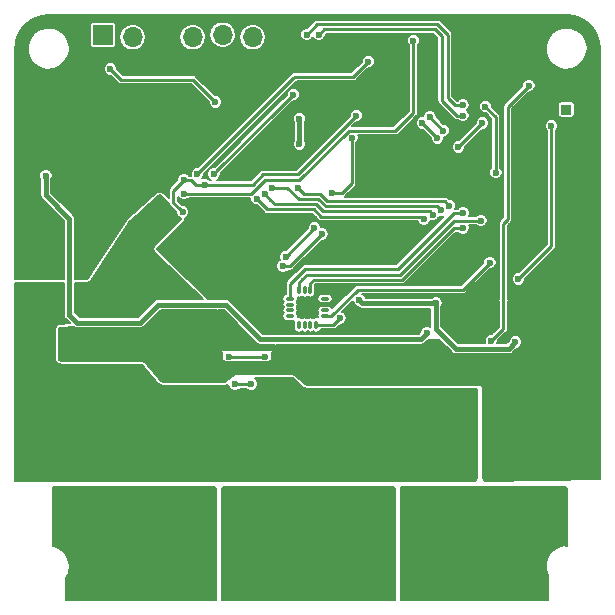
<source format=gbr>
G04 #@! TF.GenerationSoftware,KiCad,Pcbnew,(5.0.2)-1*
G04 #@! TF.CreationDate,2020-02-27T04:06:31+08:00*
G04 #@! TF.ProjectId,jointController,6a6f696e-7443-46f6-9e74-726f6c6c6572,rev?*
G04 #@! TF.SameCoordinates,Original*
G04 #@! TF.FileFunction,Copper,L2,Bot*
G04 #@! TF.FilePolarity,Positive*
%FSLAX46Y46*%
G04 Gerber Fmt 4.6, Leading zero omitted, Abs format (unit mm)*
G04 Created by KiCad (PCBNEW (5.0.2)-1) date 2/27/2020 4:06:31 AM*
%MOMM*%
%LPD*%
G01*
G04 APERTURE LIST*
G04 #@! TA.AperFunction,ComponentPad*
%ADD10C,0.450000*%
G04 #@! TD*
G04 #@! TA.AperFunction,SMDPad,CuDef*
%ADD11R,1.800000X1.800000*%
G04 #@! TD*
G04 #@! TA.AperFunction,SMDPad,CuDef*
%ADD12O,0.300000X0.750000*%
G04 #@! TD*
G04 #@! TA.AperFunction,SMDPad,CuDef*
%ADD13O,0.750000X0.300000*%
G04 #@! TD*
G04 #@! TA.AperFunction,ComponentPad*
%ADD14O,1.700000X1.700000*%
G04 #@! TD*
G04 #@! TA.AperFunction,ComponentPad*
%ADD15R,1.700000X1.700000*%
G04 #@! TD*
G04 #@! TA.AperFunction,ComponentPad*
%ADD16R,0.850000X0.850000*%
G04 #@! TD*
G04 #@! TA.AperFunction,ComponentPad*
%ADD17C,4.000500*%
G04 #@! TD*
G04 #@! TA.AperFunction,ComponentPad*
%ADD18R,3.500120X3.500120*%
G04 #@! TD*
G04 #@! TA.AperFunction,ComponentPad*
%ADD19C,3.500120*%
G04 #@! TD*
G04 #@! TA.AperFunction,ViaPad*
%ADD20C,0.600000*%
G04 #@! TD*
G04 #@! TA.AperFunction,ViaPad*
%ADD21C,0.800000*%
G04 #@! TD*
G04 #@! TA.AperFunction,Conductor*
%ADD22C,0.240000*%
G04 #@! TD*
G04 #@! TA.AperFunction,Conductor*
%ADD23C,0.400000*%
G04 #@! TD*
G04 #@! TA.AperFunction,Conductor*
%ADD24C,0.127000*%
G04 #@! TD*
G04 APERTURE END LIST*
D10*
G04 #@! TO.P,U2,49*
G04 #@! TO.N,SNA*
X143483206Y-91575931D03*
X142730137Y-90822863D03*
X141977069Y-90069794D03*
X140470931Y-90069794D03*
X139717863Y-90822863D03*
X138964794Y-91575931D03*
X141224000Y-90822863D03*
X140470931Y-91575931D03*
X141977069Y-91575931D03*
X142730137Y-92329000D03*
X141977069Y-93082069D03*
X143483206Y-93082069D03*
X142730137Y-93835137D03*
X141977069Y-94588206D03*
X141224000Y-93835137D03*
X140470931Y-94588206D03*
X139717863Y-92329000D03*
X138964794Y-93082069D03*
X139717863Y-93835137D03*
X140470931Y-93082069D03*
X141224000Y-92329000D03*
G04 #@! TD*
D11*
G04 #@! TO.P,U5,17*
G04 #@! TO.N,SNA*
X148648893Y-97275054D03*
D12*
G04 #@! TO.P,U5,16*
G04 #@! TO.N,Net-(U5-Pad16)*
X147898893Y-98750054D03*
G04 #@! TO.P,U5,15*
G04 #@! TO.N,Net-(U5-Pad15)*
X148398893Y-98750054D03*
G04 #@! TO.P,U5,14*
G04 #@! TO.N,Net-(U5-Pad14)*
X148898893Y-98750054D03*
G04 #@! TO.P,U5,13*
G04 #@! TO.N,+3V3*
X149398893Y-98750054D03*
D13*
G04 #@! TO.P,U5,12*
G04 #@! TO.N,ENC_SCLK*
X150123893Y-98025054D03*
G04 #@! TO.P,U5,11*
G04 #@! TO.N,Net-(U5-Pad11)*
X150123893Y-97525054D03*
G04 #@! TO.P,U5,10*
G04 #@! TO.N,SNA*
X150123893Y-97025054D03*
G04 #@! TO.P,U5,9*
G04 #@! TO.N,Net-(U5-Pad9)*
X150123893Y-96525054D03*
D12*
G04 #@! TO.P,U5,8*
G04 #@! TO.N,SNA*
X149398893Y-95800054D03*
G04 #@! TO.P,U5,7*
G04 #@! TO.N,ENC_MISO*
X148898893Y-95800054D03*
G04 #@! TO.P,U5,6*
G04 #@! TO.N,Net-(U5-Pad6)*
X148398893Y-95800054D03*
G04 #@! TO.P,U5,5*
G04 #@! TO.N,ENC_nSCS*
X147898893Y-95800054D03*
D13*
G04 #@! TO.P,U5,4*
G04 #@! TO.N,ENC_MOSI*
X147173893Y-96525054D03*
G04 #@! TO.P,U5,3*
G04 #@! TO.N,Net-(U5-Pad3)*
X147173893Y-97025054D03*
G04 #@! TO.P,U5,2*
G04 #@! TO.N,Net-(U5-Pad2)*
X147173893Y-97525054D03*
G04 #@! TO.P,U5,1*
G04 #@! TO.N,Net-(U5-Pad1)*
X147173893Y-98025054D03*
G04 #@! TD*
D14*
G04 #@! TO.P,J2,6*
G04 #@! TO.N,Net-(J2-Pad6)*
X144018000Y-74395000D03*
G04 #@! TO.P,J2,5*
G04 #@! TO.N,PGC3*
X141478000Y-74195000D03*
G04 #@! TO.P,J2,4*
G04 #@! TO.N,PGD3*
X138938000Y-74395000D03*
G04 #@! TO.P,J2,3*
G04 #@! TO.N,SNA*
X136398000Y-74195000D03*
G04 #@! TO.P,J2,2*
G04 #@! TO.N,+3V3*
X133858000Y-74395000D03*
D15*
G04 #@! TO.P,J2,1*
G04 #@! TO.N,nMCLR*
X131318000Y-74195000D03*
G04 #@! TD*
D16*
G04 #@! TO.P,TP1,1*
G04 #@! TO.N,Net-(TP1-Pad1)*
X170561000Y-80518000D03*
G04 #@! TD*
D17*
G04 #@! TO.P,J4,1*
G04 #@! TO.N,A_OUT*
X136148893Y-118695364D03*
G04 #@! TD*
G04 #@! TO.P,J5,1*
G04 #@! TO.N,B_OUT*
X148648893Y-118695364D03*
G04 #@! TD*
G04 #@! TO.P,J6,1*
G04 #@! TO.N,C_OUT*
X161148893Y-118695364D03*
G04 #@! TD*
D18*
G04 #@! TO.P,J1,1*
G04 #@! TO.N,SNA*
X125857000Y-92075000D03*
D19*
G04 #@! TO.P,J1,2*
G04 #@! TO.N,V_DRAIN*
X125857000Y-97155000D03*
G04 #@! TD*
D20*
G04 #@! TO.N,V_DRAIN*
X151130000Y-106934000D03*
X151765000Y-106934000D03*
X152527000Y-106934000D03*
X153162000Y-106934000D03*
X154686000Y-106680000D03*
X149352000Y-106680000D03*
X159131000Y-106934000D03*
X159766000Y-106934000D03*
X161163000Y-106934000D03*
X160528000Y-106934000D03*
X162687000Y-106680000D03*
X157353000Y-106680000D03*
D21*
X129286000Y-95885000D03*
X130429000Y-95885000D03*
X129286000Y-97282000D03*
X130429000Y-97282000D03*
X131953000Y-97663000D03*
D20*
X133985000Y-90678000D03*
X136271000Y-88265000D03*
X125095000Y-103124000D03*
X126365000Y-104140000D03*
X125095000Y-105410000D03*
X126365000Y-106934000D03*
X125095000Y-108458000D03*
X126365000Y-110617000D03*
G04 #@! TO.N,SNA*
X141986000Y-101473000D03*
X145034000Y-101473000D03*
X130937000Y-81280000D03*
X131572000Y-81280000D03*
X132207000Y-81280000D03*
X136398000Y-76454000D03*
X135763000Y-76454000D03*
X137033000Y-76454000D03*
X145669000Y-94361000D03*
X146304000Y-94869000D03*
X168021000Y-100203000D03*
X130556000Y-99949000D03*
X131699000Y-99949000D03*
X131699000Y-101092000D03*
X130556000Y-101092000D03*
X137287000Y-101473000D03*
X137287000Y-102489000D03*
X138303000Y-102489000D03*
X139192000Y-102489000D03*
X140589000Y-102489000D03*
X147320000Y-101473000D03*
X146304000Y-102108000D03*
X148844000Y-102997000D03*
X148844000Y-102108000D03*
X156591000Y-102108000D03*
X156591000Y-102997000D03*
X139827000Y-98298000D03*
X166497000Y-106934000D03*
X139192000Y-79883000D03*
X139192000Y-80899000D03*
X140208000Y-80899000D03*
X144526000Y-83439000D03*
X144526000Y-84328000D03*
X144145000Y-85217000D03*
X143383000Y-84455000D03*
X138176000Y-83058000D03*
X138176000Y-84074000D03*
X138176000Y-85090000D03*
X139319000Y-84074000D03*
X139319000Y-83058000D03*
X140462000Y-83058000D03*
X148971000Y-83312000D03*
X152400000Y-98679000D03*
X153289000Y-98679000D03*
X161417000Y-96393000D03*
X167767000Y-106934000D03*
X169037000Y-106934000D03*
X165227000Y-74676000D03*
X165227000Y-76327000D03*
X166751000Y-76327000D03*
X165862000Y-75565000D03*
X152019000Y-95631000D03*
X125095000Y-88646000D03*
X125095000Y-87376000D03*
X125095000Y-85979000D03*
X125095000Y-83439000D03*
X127508000Y-83439000D03*
X127508000Y-80899000D03*
X125222000Y-80899000D03*
X131953000Y-85725000D03*
X131953000Y-86868000D03*
X129667000Y-91440000D03*
X129667000Y-92710000D03*
X170688000Y-88265000D03*
X172466000Y-89535000D03*
X170688000Y-90932000D03*
X171196000Y-89535000D03*
G04 #@! TO.N,+5V*
X158750000Y-99441000D03*
X126492000Y-86106000D03*
G04 #@! TO.N,+3V3*
X151384000Y-98171000D03*
X147955000Y-83439000D03*
X147955000Y-81280000D03*
X159512000Y-96901000D03*
X153035000Y-96647000D03*
X166243000Y-100203000D03*
G04 #@! TO.N,nMCLR*
X140843000Y-79883000D03*
X131953000Y-77089000D03*
G04 #@! TO.N,PGD3*
X159639000Y-82931000D03*
X158369000Y-81661000D03*
G04 #@! TO.N,PGC3*
X160147000Y-82296000D03*
X159004000Y-81153000D03*
G04 #@! TO.N,UART_TX*
X161798000Y-80137000D03*
X148590000Y-74168000D03*
G04 #@! TO.N,UART_RX*
X161798000Y-81026000D03*
X149606000Y-74168000D03*
G04 #@! TO.N,SPB*
X142494000Y-103759000D03*
X143891000Y-103759000D03*
G04 #@! TO.N,PWM1H*
X140716000Y-85979000D03*
X147447000Y-79248000D03*
G04 #@! TO.N,PWM2H*
X139319000Y-85979000D03*
X153797000Y-76454000D03*
G04 #@! TO.N,PWM3H*
X138176000Y-87630000D03*
X157607000Y-74676000D03*
G04 #@! TO.N,nFAULT*
X152400000Y-82931000D03*
X150749000Y-87615000D03*
G04 #@! TO.N,DRV_MISO*
X147828000Y-87122000D03*
X160655000Y-88646000D03*
G04 #@! TO.N,Net-(TP1-Pad1)*
X161417000Y-83693000D03*
X163449000Y-81661000D03*
G04 #@! TO.N,DRV_nSCS*
X144329407Y-88068407D03*
X158496000Y-89789000D03*
G04 #@! TO.N,DRV_SCLK*
X145049000Y-87687687D03*
X159251413Y-89411246D03*
G04 #@! TO.N,DRV_MOSI*
X145669000Y-87122000D03*
X159969004Y-89057598D03*
G04 #@! TO.N,SOA*
X146786600Y-92989400D03*
X149225000Y-90551000D03*
G04 #@! TO.N,SOB*
X146558000Y-93776800D03*
X149860000Y-91059000D03*
G04 #@! TO.N,ENC_MISO*
X161798000Y-90551000D03*
G04 #@! TO.N,ENC_MOSI*
X161806208Y-89289208D03*
G04 #@! TO.N,ENC_SCLK*
X164084000Y-93472000D03*
G04 #@! TO.N,ENC_nSCS*
X163322000Y-89916000D03*
G04 #@! TO.N,STBY*
X169291000Y-81915000D03*
X166497000Y-94869000D03*
G04 #@! TO.N,CAN_RX*
X164211000Y-100076000D03*
X167386000Y-78486000D03*
G04 #@! TO.N,CAN_TX*
X164592000Y-85852000D03*
X163703000Y-80264000D03*
G04 #@! TO.N,PWM_EN*
X138070820Y-89179400D03*
X139954000Y-86868000D03*
X138176000Y-86487000D03*
X152781000Y-81026000D03*
G04 #@! TD*
D22*
G04 #@! TO.N,SNA*
X141986000Y-101473000D02*
X145034000Y-101473000D01*
X145034000Y-101473000D02*
X145034000Y-101473000D01*
X149398893Y-96525054D02*
X148648893Y-97275054D01*
X149398893Y-95800054D02*
X149398893Y-96525054D01*
X148898893Y-97025054D02*
X148648893Y-97275054D01*
X150123893Y-97025054D02*
X148898893Y-97025054D01*
D23*
G04 #@! TO.N,+5V*
X158242000Y-99949000D02*
X144653000Y-99949000D01*
X158750000Y-99441000D02*
X158242000Y-99949000D01*
X144653000Y-99949000D02*
X141732000Y-97028000D01*
X141732000Y-97028000D02*
X136017000Y-97028000D01*
X136017000Y-97028000D02*
X134493000Y-98552000D01*
X134493000Y-98552000D02*
X129159000Y-98552000D01*
X128485999Y-97878999D02*
X128485999Y-89750999D01*
X129159000Y-98552000D02*
X128485999Y-97878999D01*
X128485999Y-89750999D02*
X126492000Y-87757000D01*
X126492000Y-87757000D02*
X126492000Y-86106000D01*
D22*
G04 #@! TO.N,+3V3*
X149398893Y-98750054D02*
X150804946Y-98750054D01*
X150804946Y-98750054D02*
X151384000Y-98171000D01*
D23*
X147955000Y-83439000D02*
X147955000Y-81280000D01*
X159512000Y-96901000D02*
X153289000Y-96901000D01*
X153289000Y-96901000D02*
X153035000Y-96647000D01*
X159512000Y-99060000D02*
X159512000Y-96901000D01*
X161228001Y-100776001D02*
X159512000Y-99060000D01*
X165669999Y-100776001D02*
X161228001Y-100776001D01*
X166243000Y-100203000D02*
X165669999Y-100776001D01*
D22*
G04 #@! TO.N,nMCLR*
X140843000Y-79883000D02*
X138938000Y-77978000D01*
X138938000Y-77978000D02*
X132842000Y-77978000D01*
X132842000Y-77978000D02*
X131953000Y-77089000D01*
G04 #@! TO.N,PGD3*
X159639000Y-82931000D02*
X158369000Y-81661000D01*
G04 #@! TO.N,PGC3*
X160147000Y-82296000D02*
X159004000Y-81153000D01*
G04 #@! TO.N,UART_TX*
X161798000Y-80137000D02*
X161163000Y-80137000D01*
X161163000Y-80137000D02*
X160528000Y-79502000D01*
X160528000Y-79502000D02*
X160528000Y-74168000D01*
X160528000Y-74168000D02*
X159639000Y-73279000D01*
X159639000Y-73279000D02*
X149479000Y-73279000D01*
X149479000Y-73279000D02*
X148590000Y-74168000D01*
G04 #@! TO.N,UART_RX*
X161798000Y-81026000D02*
X161373736Y-81026000D01*
X161373736Y-81026000D02*
X161290000Y-81026000D01*
X161290000Y-81026000D02*
X160020000Y-79756000D01*
X160020000Y-79756000D02*
X160020000Y-74295000D01*
X160020000Y-74295000D02*
X159444010Y-73719010D01*
X159444010Y-73719010D02*
X150054990Y-73719010D01*
X150054990Y-73719010D02*
X149606000Y-74168000D01*
G04 #@! TO.N,SPB*
X143891000Y-103759000D02*
X142494000Y-103759000D01*
G04 #@! TO.N,PWM1H*
X140716000Y-85979000D02*
X141015999Y-85679001D01*
X141015999Y-85679001D02*
X146177000Y-80518000D01*
X146177000Y-80518000D02*
X147447000Y-79248000D01*
G04 #@! TO.N,PWM2H*
X147574000Y-77724000D02*
X152527000Y-77724000D01*
X147447000Y-77851000D02*
X147574000Y-77724000D01*
X152527000Y-77724000D02*
X153797000Y-76454000D01*
X139319000Y-85979000D02*
X147447000Y-77851000D01*
G04 #@! TO.N,PWM3H*
X157607000Y-80772000D02*
X157607000Y-74676000D01*
X143891000Y-87630000D02*
X145034000Y-86487000D01*
X138176000Y-87630000D02*
X143891000Y-87630000D01*
X145034000Y-86487000D02*
X147955000Y-86487000D01*
X147955000Y-86487000D02*
X152131001Y-82310999D01*
X152131001Y-82310999D02*
X156068001Y-82310999D01*
X156068001Y-82310999D02*
X157607000Y-80772000D01*
G04 #@! TO.N,nFAULT*
X152400000Y-83439000D02*
X152400000Y-82931000D01*
X150749000Y-87615000D02*
X151526000Y-87615000D01*
X152400000Y-86741000D02*
X152400000Y-83439000D01*
X151526000Y-87615000D02*
X152400000Y-86741000D01*
G04 #@! TO.N,DRV_MISO*
X147828000Y-87122000D02*
X148336000Y-87630000D01*
X148336000Y-87630000D02*
X149733000Y-87630000D01*
X149733000Y-87630000D02*
X150338001Y-88235001D01*
X150338001Y-88235001D02*
X150368000Y-88265000D01*
X150368000Y-88265000D02*
X160274000Y-88265000D01*
X160274000Y-88265000D02*
X160655000Y-88646000D01*
G04 #@! TO.N,Net-(TP1-Pad1)*
X161417000Y-83693000D02*
X163449000Y-81661000D01*
G04 #@! TO.N,DRV_nSCS*
X145220010Y-88959010D02*
X145698055Y-88959010D01*
X144329407Y-88068407D02*
X145220010Y-88959010D01*
X149169742Y-88959010D02*
X149733000Y-89522268D01*
X145698055Y-88959010D02*
X149169742Y-88959010D01*
X149733000Y-89522268D02*
X149733000Y-89535000D01*
X149783030Y-89585030D02*
X149821226Y-89585030D01*
X149733000Y-89535000D02*
X149783030Y-89585030D01*
X149821226Y-89585030D02*
X155900742Y-89585030D01*
X155900742Y-89585030D02*
X158292030Y-89585030D01*
X158292030Y-89585030D02*
X158496000Y-89789000D01*
G04 #@! TO.N,DRV_SCLK*
X145049000Y-87687687D02*
X145499313Y-88138000D01*
X145499313Y-88138000D02*
X145880313Y-88519000D01*
X145880313Y-88519000D02*
X149352000Y-88519000D01*
X149978020Y-89145020D02*
X150003484Y-89145020D01*
X149352000Y-88519000D02*
X149978020Y-89145020D01*
X150003484Y-89145020D02*
X156083000Y-89145020D01*
X156083000Y-89145020D02*
X158985187Y-89145020D01*
X158985187Y-89145020D02*
X159251413Y-89411246D01*
G04 #@! TO.N,DRV_MOSI*
X145669000Y-87122000D02*
X146939000Y-87122000D01*
X146939000Y-87122000D02*
X147887009Y-88070009D01*
X147887009Y-88070009D02*
X149538009Y-88070009D01*
X150173010Y-88705010D02*
X150185742Y-88705010D01*
X149538009Y-88070009D02*
X150173010Y-88705010D01*
X150185742Y-88705010D02*
X159616416Y-88705010D01*
X159616416Y-88705010D02*
X159969004Y-89057598D01*
G04 #@! TO.N,SOA*
X146786600Y-92989400D02*
X149225000Y-90551000D01*
G04 #@! TO.N,SOB*
X146558000Y-93776800D02*
X147142200Y-93776800D01*
X147142200Y-93776800D02*
X149860000Y-91059000D01*
G04 #@! TO.N,ENC_MISO*
X161010536Y-90551000D02*
X161798000Y-90551000D01*
X156633527Y-94928009D02*
X161010536Y-90551000D01*
X149155937Y-94928010D02*
X156633527Y-94928009D01*
X148898893Y-95800054D02*
X148898893Y-95185054D01*
X148898893Y-95185054D02*
X149155937Y-94928010D01*
G04 #@! TO.N,ENC_MOSI*
X161027792Y-89289208D02*
X161806208Y-89289208D01*
X156337000Y-93980000D02*
X161027792Y-89289208D01*
X148463000Y-93980000D02*
X156337000Y-93980000D01*
X147173893Y-96525054D02*
X147173893Y-95269107D01*
X147173893Y-95269107D02*
X148463000Y-93980000D01*
G04 #@! TO.N,ENC_SCLK*
X161798000Y-95758000D02*
X164084000Y-93472000D01*
X152879398Y-95758000D02*
X152908000Y-95758000D01*
X150612344Y-98025054D02*
X152879398Y-95758000D01*
X150123893Y-98025054D02*
X150612344Y-98025054D01*
X152908000Y-95758000D02*
X161798000Y-95758000D01*
G04 #@! TO.N,ENC_nSCS*
X161023268Y-89916000D02*
X163322000Y-89916000D01*
X147898893Y-95185054D02*
X148209000Y-94874947D01*
X147898893Y-95800054D02*
X147898893Y-95185054D01*
X148209000Y-94874947D02*
X148209000Y-94869000D01*
X148209000Y-94869000D02*
X148590000Y-94488000D01*
X148590000Y-94488000D02*
X156451268Y-94488000D01*
X156451268Y-94488000D02*
X161023268Y-89916000D01*
G04 #@! TO.N,STBY*
X169291000Y-90678000D02*
X169291000Y-81915000D01*
X166497000Y-94869000D02*
X169291000Y-92075000D01*
X169291000Y-92075000D02*
X169291000Y-90678000D01*
G04 #@! TO.N,CAN_RX*
X165608000Y-80264000D02*
X167386000Y-78486000D01*
X165608000Y-89789000D02*
X165608000Y-80264000D01*
X165227000Y-90170000D02*
X165608000Y-89789000D01*
X164211000Y-100076000D02*
X165227000Y-99060000D01*
X165227000Y-99060000D02*
X165227000Y-90170000D01*
G04 #@! TO.N,CAN_TX*
X164592000Y-85852000D02*
X164592000Y-81153000D01*
X164592000Y-81153000D02*
X163703000Y-80264000D01*
G04 #@! TO.N,PWM_EN*
X137770821Y-88879401D02*
X137770821Y-88875821D01*
X138070820Y-89179400D02*
X137770821Y-88879401D01*
X137770821Y-88875821D02*
X137287000Y-88392000D01*
X137287000Y-87376000D02*
X138176000Y-86487000D01*
X137287000Y-88392000D02*
X137287000Y-87376000D01*
X139192000Y-86868000D02*
X139954000Y-86868000D01*
X138176000Y-86487000D02*
X138811000Y-86487000D01*
X138811000Y-86487000D02*
X139192000Y-86868000D01*
X144030732Y-86868000D02*
X144919732Y-85979000D01*
X139954000Y-86868000D02*
X144030732Y-86868000D01*
X144919732Y-85979000D02*
X147840732Y-85979000D01*
X147840732Y-85979000D02*
X147840732Y-85966268D01*
X147840732Y-85966268D02*
X152781000Y-81026000D01*
G04 #@! TD*
D24*
G04 #@! TO.N,SNA*
G36*
X173349036Y-96833945D02*
X173383393Y-96848591D01*
X173383394Y-111812039D01*
X173348805Y-111826748D01*
X163714065Y-111947182D01*
X163571691Y-111889766D01*
X163512500Y-111748121D01*
X163512500Y-104136000D01*
X163507666Y-104111700D01*
X163434443Y-103934923D01*
X163420678Y-103914322D01*
X163400077Y-103900557D01*
X163223300Y-103827334D01*
X163199000Y-103822500D01*
X148568469Y-103822500D01*
X148425443Y-103768760D01*
X147559507Y-103011067D01*
X147540027Y-102999414D01*
X147375401Y-102937558D01*
X147353066Y-102933500D01*
X142584512Y-102933500D01*
X142562895Y-102937293D01*
X142402849Y-102995238D01*
X142383814Y-103006163D01*
X141769440Y-103518141D01*
X141630347Y-103568500D01*
X136399888Y-103568500D01*
X136235334Y-103492816D01*
X134870043Y-101899977D01*
X134848364Y-101883611D01*
X134658550Y-101796309D01*
X134632016Y-101790500D01*
X127770630Y-101790500D01*
X127629823Y-101732177D01*
X127571500Y-101591370D01*
X127571500Y-99178125D01*
X127625059Y-99042132D01*
X127756969Y-98979184D01*
X128849324Y-98902528D01*
X128940257Y-98963287D01*
X128978151Y-98988607D01*
X129158999Y-99024580D01*
X129204647Y-99015500D01*
X134447352Y-99015500D01*
X134493000Y-99024580D01*
X134538648Y-99015500D01*
X134673849Y-98988607D01*
X134827165Y-98886165D01*
X134853026Y-98847461D01*
X136208988Y-97491500D01*
X140970649Y-97491500D01*
X140911334Y-97634700D01*
X140906500Y-97659000D01*
X140906500Y-100715000D01*
X140911334Y-100739300D01*
X140984557Y-100916077D01*
X140998322Y-100936678D01*
X141018923Y-100950443D01*
X141195700Y-101023666D01*
X141220000Y-101028500D01*
X141414500Y-101028500D01*
X141414500Y-101604000D01*
X141419334Y-101628300D01*
X141492557Y-101805077D01*
X141506322Y-101825678D01*
X141526923Y-101839443D01*
X141703700Y-101912666D01*
X141728000Y-101917500D01*
X145292000Y-101917500D01*
X145316300Y-101912666D01*
X145493077Y-101839443D01*
X145513678Y-101825678D01*
X145527443Y-101805077D01*
X145600666Y-101628300D01*
X145605500Y-101604000D01*
X145605500Y-101028500D01*
X145673000Y-101028500D01*
X145697300Y-101023666D01*
X145874077Y-100950443D01*
X145894678Y-100936678D01*
X145908443Y-100916077D01*
X145981666Y-100739300D01*
X145986500Y-100715000D01*
X145986500Y-100412500D01*
X158196352Y-100412500D01*
X158242000Y-100421580D01*
X158287648Y-100412500D01*
X158422849Y-100385607D01*
X158576165Y-100283165D01*
X158602026Y-100244461D01*
X158833988Y-100012500D01*
X159809013Y-100012500D01*
X160867977Y-101071465D01*
X160893836Y-101110166D01*
X161047152Y-101212608D01*
X161228001Y-101248581D01*
X161273649Y-101239501D01*
X165624351Y-101239501D01*
X165669999Y-101248581D01*
X165715647Y-101239501D01*
X165850848Y-101212608D01*
X166004164Y-101110166D01*
X166030025Y-101071462D01*
X166334988Y-100766500D01*
X166355087Y-100766500D01*
X166562197Y-100680713D01*
X166720713Y-100522197D01*
X166806500Y-100315087D01*
X166806500Y-100090913D01*
X166720713Y-99883803D01*
X166562197Y-99725287D01*
X166355087Y-99639500D01*
X166130913Y-99639500D01*
X165923803Y-99725287D01*
X165765287Y-99883803D01*
X165679500Y-100090913D01*
X165679500Y-100111012D01*
X165478012Y-100312501D01*
X164722966Y-100312501D01*
X164774500Y-100188087D01*
X164774500Y-100054850D01*
X165471468Y-99357883D01*
X165503488Y-99336488D01*
X165588249Y-99209634D01*
X165610500Y-99097770D01*
X165610500Y-99097769D01*
X165618013Y-99060000D01*
X165610500Y-99022231D01*
X165610500Y-96727938D01*
X173349036Y-96833945D01*
X173349036Y-96833945D01*
G37*
X173349036Y-96833945D02*
X173383393Y-96848591D01*
X173383394Y-111812039D01*
X173348805Y-111826748D01*
X163714065Y-111947182D01*
X163571691Y-111889766D01*
X163512500Y-111748121D01*
X163512500Y-104136000D01*
X163507666Y-104111700D01*
X163434443Y-103934923D01*
X163420678Y-103914322D01*
X163400077Y-103900557D01*
X163223300Y-103827334D01*
X163199000Y-103822500D01*
X148568469Y-103822500D01*
X148425443Y-103768760D01*
X147559507Y-103011067D01*
X147540027Y-102999414D01*
X147375401Y-102937558D01*
X147353066Y-102933500D01*
X142584512Y-102933500D01*
X142562895Y-102937293D01*
X142402849Y-102995238D01*
X142383814Y-103006163D01*
X141769440Y-103518141D01*
X141630347Y-103568500D01*
X136399888Y-103568500D01*
X136235334Y-103492816D01*
X134870043Y-101899977D01*
X134848364Y-101883611D01*
X134658550Y-101796309D01*
X134632016Y-101790500D01*
X127770630Y-101790500D01*
X127629823Y-101732177D01*
X127571500Y-101591370D01*
X127571500Y-99178125D01*
X127625059Y-99042132D01*
X127756969Y-98979184D01*
X128849324Y-98902528D01*
X128940257Y-98963287D01*
X128978151Y-98988607D01*
X129158999Y-99024580D01*
X129204647Y-99015500D01*
X134447352Y-99015500D01*
X134493000Y-99024580D01*
X134538648Y-99015500D01*
X134673849Y-98988607D01*
X134827165Y-98886165D01*
X134853026Y-98847461D01*
X136208988Y-97491500D01*
X140970649Y-97491500D01*
X140911334Y-97634700D01*
X140906500Y-97659000D01*
X140906500Y-100715000D01*
X140911334Y-100739300D01*
X140984557Y-100916077D01*
X140998322Y-100936678D01*
X141018923Y-100950443D01*
X141195700Y-101023666D01*
X141220000Y-101028500D01*
X141414500Y-101028500D01*
X141414500Y-101604000D01*
X141419334Y-101628300D01*
X141492557Y-101805077D01*
X141506322Y-101825678D01*
X141526923Y-101839443D01*
X141703700Y-101912666D01*
X141728000Y-101917500D01*
X145292000Y-101917500D01*
X145316300Y-101912666D01*
X145493077Y-101839443D01*
X145513678Y-101825678D01*
X145527443Y-101805077D01*
X145600666Y-101628300D01*
X145605500Y-101604000D01*
X145605500Y-101028500D01*
X145673000Y-101028500D01*
X145697300Y-101023666D01*
X145874077Y-100950443D01*
X145894678Y-100936678D01*
X145908443Y-100916077D01*
X145981666Y-100739300D01*
X145986500Y-100715000D01*
X145986500Y-100412500D01*
X158196352Y-100412500D01*
X158242000Y-100421580D01*
X158287648Y-100412500D01*
X158422849Y-100385607D01*
X158576165Y-100283165D01*
X158602026Y-100244461D01*
X158833988Y-100012500D01*
X159809013Y-100012500D01*
X160867977Y-101071465D01*
X160893836Y-101110166D01*
X161047152Y-101212608D01*
X161228001Y-101248581D01*
X161273649Y-101239501D01*
X165624351Y-101239501D01*
X165669999Y-101248581D01*
X165715647Y-101239501D01*
X165850848Y-101212608D01*
X166004164Y-101110166D01*
X166030025Y-101071462D01*
X166334988Y-100766500D01*
X166355087Y-100766500D01*
X166562197Y-100680713D01*
X166720713Y-100522197D01*
X166806500Y-100315087D01*
X166806500Y-100090913D01*
X166720713Y-99883803D01*
X166562197Y-99725287D01*
X166355087Y-99639500D01*
X166130913Y-99639500D01*
X165923803Y-99725287D01*
X165765287Y-99883803D01*
X165679500Y-100090913D01*
X165679500Y-100111012D01*
X165478012Y-100312501D01*
X164722966Y-100312501D01*
X164774500Y-100188087D01*
X164774500Y-100054850D01*
X165471468Y-99357883D01*
X165503488Y-99336488D01*
X165588249Y-99209634D01*
X165610500Y-99097770D01*
X165610500Y-99097769D01*
X165618013Y-99060000D01*
X165610500Y-99022231D01*
X165610500Y-96727938D01*
X173349036Y-96833945D01*
G36*
X164843500Y-96717431D02*
X164843500Y-98901149D01*
X164401500Y-99343150D01*
X164401500Y-96913192D01*
X164460774Y-96771467D01*
X164603297Y-96714141D01*
X164843500Y-96717431D01*
X164843500Y-96717431D01*
G37*
X164843500Y-96717431D02*
X164843500Y-98901149D01*
X164401500Y-99343150D01*
X164401500Y-96913192D01*
X164460774Y-96771467D01*
X164603297Y-96714141D01*
X164843500Y-96717431D01*
G04 #@! TO.N,V_DRAIN*
G36*
X128022499Y-97833351D02*
X128013419Y-97878999D01*
X128022499Y-97924646D01*
X128049392Y-98059847D01*
X128151834Y-98213164D01*
X128190538Y-98239025D01*
X128547422Y-98595909D01*
X127722053Y-98653830D01*
X127627015Y-98678874D01*
X127461656Y-98757784D01*
X127385582Y-98812564D01*
X127329969Y-98899037D01*
X127262829Y-99069514D01*
X127244500Y-99166071D01*
X127244500Y-101604000D01*
X127264558Y-101704837D01*
X127337781Y-101881614D01*
X127394901Y-101967100D01*
X127480386Y-102024219D01*
X127657163Y-102097442D01*
X127758000Y-102117500D01*
X134574325Y-102117500D01*
X134659310Y-102156588D01*
X135996106Y-103716182D01*
X136086065Y-103784091D01*
X136275879Y-103871393D01*
X136385984Y-103895500D01*
X141641488Y-103895500D01*
X141731191Y-103879761D01*
X141891237Y-103821816D01*
X141930500Y-103799281D01*
X141930500Y-103871087D01*
X142016287Y-104078197D01*
X142174803Y-104236713D01*
X142381913Y-104322500D01*
X142606087Y-104322500D01*
X142813197Y-104236713D01*
X142907410Y-104142500D01*
X143477590Y-104142500D01*
X143571803Y-104236713D01*
X143778913Y-104322500D01*
X144003087Y-104322500D01*
X144210197Y-104236713D01*
X144368713Y-104078197D01*
X144454500Y-103871087D01*
X144454500Y-103646913D01*
X144368713Y-103439803D01*
X144210197Y-103281287D01*
X144160012Y-103260500D01*
X147305197Y-103260500D01*
X147380201Y-103288682D01*
X148218792Y-104022448D01*
X148299628Y-104070807D01*
X148464254Y-104132663D01*
X148556934Y-104149500D01*
X163004500Y-104149500D01*
X163004500Y-111751370D01*
X162946177Y-111892177D01*
X162805370Y-111950500D01*
X123960630Y-111950500D01*
X123914393Y-111931348D01*
X123914393Y-95205652D01*
X123960630Y-95186500D01*
X128022499Y-95186500D01*
X128022499Y-97833351D01*
X128022499Y-97833351D01*
G37*
X128022499Y-97833351D02*
X128013419Y-97878999D01*
X128022499Y-97924646D01*
X128049392Y-98059847D01*
X128151834Y-98213164D01*
X128190538Y-98239025D01*
X128547422Y-98595909D01*
X127722053Y-98653830D01*
X127627015Y-98678874D01*
X127461656Y-98757784D01*
X127385582Y-98812564D01*
X127329969Y-98899037D01*
X127262829Y-99069514D01*
X127244500Y-99166071D01*
X127244500Y-101604000D01*
X127264558Y-101704837D01*
X127337781Y-101881614D01*
X127394901Y-101967100D01*
X127480386Y-102024219D01*
X127657163Y-102097442D01*
X127758000Y-102117500D01*
X134574325Y-102117500D01*
X134659310Y-102156588D01*
X135996106Y-103716182D01*
X136086065Y-103784091D01*
X136275879Y-103871393D01*
X136385984Y-103895500D01*
X141641488Y-103895500D01*
X141731191Y-103879761D01*
X141891237Y-103821816D01*
X141930500Y-103799281D01*
X141930500Y-103871087D01*
X142016287Y-104078197D01*
X142174803Y-104236713D01*
X142381913Y-104322500D01*
X142606087Y-104322500D01*
X142813197Y-104236713D01*
X142907410Y-104142500D01*
X143477590Y-104142500D01*
X143571803Y-104236713D01*
X143778913Y-104322500D01*
X144003087Y-104322500D01*
X144210197Y-104236713D01*
X144368713Y-104078197D01*
X144454500Y-103871087D01*
X144454500Y-103646913D01*
X144368713Y-103439803D01*
X144210197Y-103281287D01*
X144160012Y-103260500D01*
X147305197Y-103260500D01*
X147380201Y-103288682D01*
X148218792Y-104022448D01*
X148299628Y-104070807D01*
X148464254Y-104132663D01*
X148556934Y-104149500D01*
X163004500Y-104149500D01*
X163004500Y-111751370D01*
X162946177Y-111892177D01*
X162805370Y-111950500D01*
X123960630Y-111950500D01*
X123914393Y-111931348D01*
X123914393Y-95205652D01*
X123960630Y-95186500D01*
X128022499Y-95186500D01*
X128022499Y-97833351D01*
G36*
X136275442Y-87851244D02*
X136915799Y-88491601D01*
X136925751Y-88541633D01*
X137010512Y-88668488D01*
X137042535Y-88689885D01*
X137465729Y-89113080D01*
X137494333Y-89155889D01*
X137507320Y-89164567D01*
X137507320Y-89291487D01*
X137593107Y-89498597D01*
X137751623Y-89657113D01*
X137958733Y-89742900D01*
X137970205Y-89742900D01*
X137945390Y-89802808D01*
X135643248Y-92104950D01*
X135629402Y-92125746D01*
X135556185Y-92304189D01*
X135551432Y-92328506D01*
X135556512Y-92353180D01*
X135632102Y-92530631D01*
X135646223Y-92551241D01*
X139767949Y-96564500D01*
X136062646Y-96564500D01*
X136016999Y-96555420D01*
X135971352Y-96564500D01*
X135836151Y-96591393D01*
X135682835Y-96693835D01*
X135656976Y-96732536D01*
X134301013Y-98088500D01*
X129350988Y-98088500D01*
X128949499Y-97687012D01*
X128949499Y-95186500D01*
X130040294Y-95186500D01*
X130070415Y-95178902D01*
X130279208Y-95066400D01*
X130302120Y-95045422D01*
X133637127Y-89981152D01*
X133673380Y-89938988D01*
X136001111Y-87844029D01*
X136139715Y-87792922D01*
X136275442Y-87851244D01*
X136275442Y-87851244D01*
G37*
X136275442Y-87851244D02*
X136915799Y-88491601D01*
X136925751Y-88541633D01*
X137010512Y-88668488D01*
X137042535Y-88689885D01*
X137465729Y-89113080D01*
X137494333Y-89155889D01*
X137507320Y-89164567D01*
X137507320Y-89291487D01*
X137593107Y-89498597D01*
X137751623Y-89657113D01*
X137958733Y-89742900D01*
X137970205Y-89742900D01*
X137945390Y-89802808D01*
X135643248Y-92104950D01*
X135629402Y-92125746D01*
X135556185Y-92304189D01*
X135551432Y-92328506D01*
X135556512Y-92353180D01*
X135632102Y-92530631D01*
X135646223Y-92551241D01*
X139767949Y-96564500D01*
X136062646Y-96564500D01*
X136016999Y-96555420D01*
X135971352Y-96564500D01*
X135836151Y-96591393D01*
X135682835Y-96693835D01*
X135656976Y-96732536D01*
X134301013Y-98088500D01*
X129350988Y-98088500D01*
X128949499Y-97687012D01*
X128949499Y-95186500D01*
X130040294Y-95186500D01*
X130070415Y-95178902D01*
X130279208Y-95066400D01*
X130302120Y-95045422D01*
X133637127Y-89981152D01*
X133673380Y-89938988D01*
X136001111Y-87844029D01*
X136139715Y-87792922D01*
X136275442Y-87851244D01*
G04 #@! TO.N,A_OUT*
G36*
X140848177Y-112516823D02*
X140906500Y-112657630D01*
X140906500Y-122009554D01*
X128206500Y-122009554D01*
X128206500Y-120165361D01*
X128417818Y-119773719D01*
X128514083Y-119195364D01*
X128513863Y-119167319D01*
X128408526Y-118590547D01*
X128122041Y-118078993D01*
X127685302Y-117687816D01*
X127145400Y-117459198D01*
X127063500Y-117453399D01*
X127063500Y-112657630D01*
X127121823Y-112516823D01*
X127262630Y-112458500D01*
X140707370Y-112458500D01*
X140848177Y-112516823D01*
X140848177Y-112516823D01*
G37*
X140848177Y-112516823D02*
X140906500Y-112657630D01*
X140906500Y-122009554D01*
X128206500Y-122009554D01*
X128206500Y-120165361D01*
X128417818Y-119773719D01*
X128514083Y-119195364D01*
X128513863Y-119167319D01*
X128408526Y-118590547D01*
X128122041Y-118078993D01*
X127685302Y-117687816D01*
X127145400Y-117459198D01*
X127063500Y-117453399D01*
X127063500Y-112657630D01*
X127121823Y-112516823D01*
X127262630Y-112458500D01*
X140707370Y-112458500D01*
X140848177Y-112516823D01*
G04 #@! TO.N,B_OUT*
G36*
X155961177Y-112516823D02*
X156019500Y-112657630D01*
X156019500Y-122009554D01*
X141414500Y-122009554D01*
X141414500Y-112657630D01*
X141472823Y-112516823D01*
X141613630Y-112458500D01*
X155820370Y-112458500D01*
X155961177Y-112516823D01*
X155961177Y-112516823D01*
G37*
X155961177Y-112516823D02*
X156019500Y-112657630D01*
X156019500Y-122009554D01*
X141414500Y-122009554D01*
X141414500Y-112657630D01*
X141472823Y-112516823D01*
X141613630Y-112458500D01*
X155820370Y-112458500D01*
X155961177Y-112516823D01*
G04 #@! TO.N,C_OUT*
G36*
X170566177Y-112516823D02*
X170624500Y-112657630D01*
X170624500Y-117433601D01*
X170401173Y-117417788D01*
X169834444Y-117568053D01*
X169346944Y-117893791D01*
X168991239Y-118359875D01*
X168805685Y-118916050D01*
X168810290Y-119502343D01*
X168973500Y-119967098D01*
X168973500Y-122009554D01*
X156527500Y-122009554D01*
X156527500Y-112657630D01*
X156585823Y-112516823D01*
X156726630Y-112458500D01*
X170425370Y-112458500D01*
X170566177Y-112516823D01*
X170566177Y-112516823D01*
G37*
X170566177Y-112516823D02*
X170624500Y-112657630D01*
X170624500Y-117433601D01*
X170401173Y-117417788D01*
X169834444Y-117568053D01*
X169346944Y-117893791D01*
X168991239Y-118359875D01*
X168805685Y-118916050D01*
X168810290Y-119502343D01*
X168973500Y-119967098D01*
X168973500Y-122009554D01*
X156527500Y-122009554D01*
X156527500Y-112657630D01*
X156585823Y-112516823D01*
X156726630Y-112458500D01*
X170425370Y-112458500D01*
X170566177Y-112516823D01*
G04 #@! TO.N,SNA*
G36*
X144292976Y-100244464D02*
X144318835Y-100283165D01*
X144472151Y-100385607D01*
X144653000Y-100421580D01*
X144698648Y-100412500D01*
X145859500Y-100412500D01*
X145859500Y-100702370D01*
X145801177Y-100843177D01*
X145660370Y-100901500D01*
X141232630Y-100901500D01*
X141091823Y-100843177D01*
X141033500Y-100702370D01*
X141033500Y-97671630D01*
X141091823Y-97530823D01*
X141186759Y-97491500D01*
X141540013Y-97491500D01*
X144292976Y-100244464D01*
X144292976Y-100244464D01*
G37*
X144292976Y-100244464D02*
X144318835Y-100283165D01*
X144472151Y-100385607D01*
X144653000Y-100421580D01*
X144698648Y-100412500D01*
X145859500Y-100412500D01*
X145859500Y-100702370D01*
X145801177Y-100843177D01*
X145660370Y-100901500D01*
X141232630Y-100901500D01*
X141091823Y-100843177D01*
X141033500Y-100702370D01*
X141033500Y-97671630D01*
X141091823Y-97530823D01*
X141186759Y-97491500D01*
X141540013Y-97491500D01*
X144292976Y-100244464D01*
G36*
X171277548Y-72615646D02*
X171872486Y-72831598D01*
X172401785Y-73178622D01*
X172837054Y-73638102D01*
X173154945Y-74185394D01*
X173339459Y-74794612D01*
X173383393Y-75286880D01*
X173383393Y-96711377D01*
X173363294Y-96707128D01*
X165610500Y-96600926D01*
X165610500Y-94756913D01*
X165933500Y-94756913D01*
X165933500Y-94981087D01*
X166019287Y-95188197D01*
X166177803Y-95346713D01*
X166384913Y-95432500D01*
X166609087Y-95432500D01*
X166816197Y-95346713D01*
X166974713Y-95188197D01*
X167060500Y-94981087D01*
X167060500Y-94847850D01*
X169535468Y-92372883D01*
X169567488Y-92351488D01*
X169602699Y-92298791D01*
X169652249Y-92224635D01*
X169682013Y-92075000D01*
X169674500Y-92037230D01*
X169674500Y-82328410D01*
X169768713Y-82234197D01*
X169854500Y-82027087D01*
X169854500Y-81802913D01*
X169768713Y-81595803D01*
X169610197Y-81437287D01*
X169403087Y-81351500D01*
X169178913Y-81351500D01*
X168971803Y-81437287D01*
X168813287Y-81595803D01*
X168727500Y-81802913D01*
X168727500Y-82027087D01*
X168813287Y-82234197D01*
X168907501Y-82328411D01*
X168907500Y-90715769D01*
X168907501Y-90715774D01*
X168907500Y-91916149D01*
X166518150Y-94305500D01*
X166384913Y-94305500D01*
X166177803Y-94391287D01*
X166019287Y-94549803D01*
X165933500Y-94756913D01*
X165610500Y-94756913D01*
X165610500Y-90328850D01*
X165852469Y-90086882D01*
X165884488Y-90065488D01*
X165969249Y-89938634D01*
X165991500Y-89826770D01*
X165991500Y-89826766D01*
X165999012Y-89789001D01*
X165991500Y-89751235D01*
X165991500Y-80422850D01*
X166321350Y-80093000D01*
X169867338Y-80093000D01*
X169867338Y-80943000D01*
X169887789Y-81045812D01*
X169946027Y-81132973D01*
X170033188Y-81191211D01*
X170136000Y-81211662D01*
X170986000Y-81211662D01*
X171088812Y-81191211D01*
X171175973Y-81132973D01*
X171234211Y-81045812D01*
X171254662Y-80943000D01*
X171254662Y-80093000D01*
X171234211Y-79990188D01*
X171175973Y-79903027D01*
X171088812Y-79844789D01*
X170986000Y-79824338D01*
X170136000Y-79824338D01*
X170033188Y-79844789D01*
X169946027Y-79903027D01*
X169887789Y-79990188D01*
X169867338Y-80093000D01*
X166321350Y-80093000D01*
X167364851Y-79049500D01*
X167498087Y-79049500D01*
X167705197Y-78963713D01*
X167863713Y-78805197D01*
X167949500Y-78598087D01*
X167949500Y-78373913D01*
X167863713Y-78166803D01*
X167705197Y-78008287D01*
X167498087Y-77922500D01*
X167273913Y-77922500D01*
X167066803Y-78008287D01*
X166908287Y-78166803D01*
X166822500Y-78373913D01*
X166822500Y-78507149D01*
X165363533Y-79966117D01*
X165331513Y-79987512D01*
X165261028Y-80093000D01*
X165246752Y-80114366D01*
X165216987Y-80264000D01*
X165224501Y-80301774D01*
X165224500Y-89630149D01*
X164982533Y-89872117D01*
X164950513Y-89893512D01*
X164920363Y-89938635D01*
X164865752Y-90020366D01*
X164835987Y-90170000D01*
X164843501Y-90207774D01*
X164843500Y-96590419D01*
X164592294Y-96586978D01*
X164567728Y-96591559D01*
X164388742Y-96663552D01*
X164367691Y-96677410D01*
X164353855Y-96697964D01*
X164279417Y-96875947D01*
X164274500Y-96900448D01*
X164274500Y-99470150D01*
X164232150Y-99512500D01*
X164098913Y-99512500D01*
X163891803Y-99598287D01*
X163733287Y-99756803D01*
X163647500Y-99963913D01*
X163647500Y-100188087D01*
X163679980Y-100266500D01*
X161373988Y-100266500D01*
X159975500Y-98868013D01*
X159975500Y-97234410D01*
X159989713Y-97220197D01*
X160075500Y-97013087D01*
X160075500Y-96788913D01*
X159989713Y-96581803D01*
X159831197Y-96423287D01*
X159624087Y-96337500D01*
X159399913Y-96337500D01*
X159192803Y-96423287D01*
X159178590Y-96437500D01*
X153558151Y-96437500D01*
X153512713Y-96327803D01*
X153354197Y-96169287D01*
X153287113Y-96141500D01*
X161760231Y-96141500D01*
X161798000Y-96149013D01*
X161835769Y-96141500D01*
X161835770Y-96141500D01*
X161947634Y-96119249D01*
X162074488Y-96034488D01*
X162095885Y-96002465D01*
X164062851Y-94035500D01*
X164196087Y-94035500D01*
X164403197Y-93949713D01*
X164561713Y-93791197D01*
X164647500Y-93584087D01*
X164647500Y-93359913D01*
X164561713Y-93152803D01*
X164403197Y-92994287D01*
X164196087Y-92908500D01*
X163971913Y-92908500D01*
X163764803Y-92994287D01*
X163606287Y-93152803D01*
X163520500Y-93359913D01*
X163520500Y-93493149D01*
X161639150Y-95374500D01*
X152917168Y-95374500D01*
X152879398Y-95366987D01*
X152729763Y-95396751D01*
X152653085Y-95447986D01*
X152602910Y-95481512D01*
X152581515Y-95513532D01*
X150735570Y-97359478D01*
X150647009Y-97226938D01*
X150510232Y-97135546D01*
X150389615Y-97111554D01*
X149858171Y-97111554D01*
X149737554Y-97135546D01*
X149600777Y-97226938D01*
X149509385Y-97363715D01*
X149477293Y-97525054D01*
X149509385Y-97686393D01*
X149568627Y-97775054D01*
X149509385Y-97863715D01*
X149477293Y-98025054D01*
X149496760Y-98122921D01*
X149398893Y-98103454D01*
X149237555Y-98135546D01*
X149148894Y-98194788D01*
X149060232Y-98135546D01*
X148898893Y-98103454D01*
X148737555Y-98135546D01*
X148648894Y-98194788D01*
X148560232Y-98135546D01*
X148398893Y-98103454D01*
X148237555Y-98135546D01*
X148148894Y-98194788D01*
X148060232Y-98135546D01*
X147898893Y-98103454D01*
X147801026Y-98122921D01*
X147820493Y-98025054D01*
X147788401Y-97863715D01*
X147729159Y-97775054D01*
X147788401Y-97686393D01*
X147820493Y-97525054D01*
X147788401Y-97363715D01*
X147729159Y-97275054D01*
X147788401Y-97186393D01*
X147820493Y-97025054D01*
X147788401Y-96863715D01*
X147729159Y-96775054D01*
X147788401Y-96686393D01*
X147820493Y-96525054D01*
X149477293Y-96525054D01*
X149509385Y-96686393D01*
X149600777Y-96823170D01*
X149737554Y-96914562D01*
X149858171Y-96938554D01*
X150389615Y-96938554D01*
X150510232Y-96914562D01*
X150647009Y-96823170D01*
X150738401Y-96686393D01*
X150770493Y-96525054D01*
X150738401Y-96363715D01*
X150647009Y-96226938D01*
X150510232Y-96135546D01*
X150389615Y-96111554D01*
X149858171Y-96111554D01*
X149737554Y-96135546D01*
X149600777Y-96226938D01*
X149509385Y-96363715D01*
X149477293Y-96525054D01*
X147820493Y-96525054D01*
X147801026Y-96427187D01*
X147898893Y-96446654D01*
X148060231Y-96414562D01*
X148148893Y-96355320D01*
X148237554Y-96414562D01*
X148398893Y-96446654D01*
X148560231Y-96414562D01*
X148648893Y-96355320D01*
X148737554Y-96414562D01*
X148898893Y-96446654D01*
X149060231Y-96414562D01*
X149197009Y-96323170D01*
X149288401Y-96186393D01*
X149312393Y-96065776D01*
X149312393Y-95534332D01*
X149288401Y-95413715D01*
X149282393Y-95404723D01*
X149282393Y-95343904D01*
X149314788Y-95311510D01*
X156595753Y-95311508D01*
X156633527Y-95319022D01*
X156783161Y-95289257D01*
X156826928Y-95260013D01*
X156910015Y-95204496D01*
X156931410Y-95172476D01*
X161169387Y-90934500D01*
X161384590Y-90934500D01*
X161478803Y-91028713D01*
X161685913Y-91114500D01*
X161910087Y-91114500D01*
X162117197Y-91028713D01*
X162275713Y-90870197D01*
X162361500Y-90663087D01*
X162361500Y-90438913D01*
X162303754Y-90299500D01*
X162908590Y-90299500D01*
X163002803Y-90393713D01*
X163209913Y-90479500D01*
X163434087Y-90479500D01*
X163641197Y-90393713D01*
X163799713Y-90235197D01*
X163885500Y-90028087D01*
X163885500Y-89803913D01*
X163799713Y-89596803D01*
X163641197Y-89438287D01*
X163434087Y-89352500D01*
X163209913Y-89352500D01*
X163002803Y-89438287D01*
X162908590Y-89532500D01*
X162315362Y-89532500D01*
X162369708Y-89401295D01*
X162369708Y-89177121D01*
X162283921Y-88970011D01*
X162125405Y-88811495D01*
X161918295Y-88725708D01*
X161694121Y-88725708D01*
X161487011Y-88811495D01*
X161392798Y-88905708D01*
X161157354Y-88905708D01*
X161218500Y-88758087D01*
X161218500Y-88533913D01*
X161132713Y-88326803D01*
X160974197Y-88168287D01*
X160767087Y-88082500D01*
X160633850Y-88082500D01*
X160571885Y-88020535D01*
X160550488Y-87988512D01*
X160423634Y-87903751D01*
X160311770Y-87881500D01*
X160311769Y-87881500D01*
X160274000Y-87873987D01*
X160236231Y-87881500D01*
X151809162Y-87881500D01*
X151823885Y-87859465D01*
X152644468Y-87038883D01*
X152676488Y-87017488D01*
X152711751Y-86964713D01*
X152761249Y-86890635D01*
X152791013Y-86741000D01*
X152783500Y-86703230D01*
X152783500Y-83580913D01*
X160853500Y-83580913D01*
X160853500Y-83805087D01*
X160939287Y-84012197D01*
X161097803Y-84170713D01*
X161304913Y-84256500D01*
X161529087Y-84256500D01*
X161736197Y-84170713D01*
X161894713Y-84012197D01*
X161980500Y-83805087D01*
X161980500Y-83671850D01*
X163427850Y-82224500D01*
X163561087Y-82224500D01*
X163768197Y-82138713D01*
X163926713Y-81980197D01*
X164012500Y-81773087D01*
X164012500Y-81548913D01*
X163926713Y-81341803D01*
X163768197Y-81183287D01*
X163561087Y-81097500D01*
X163336913Y-81097500D01*
X163129803Y-81183287D01*
X162971287Y-81341803D01*
X162885500Y-81548913D01*
X162885500Y-81682150D01*
X161438150Y-83129500D01*
X161304913Y-83129500D01*
X161097803Y-83215287D01*
X160939287Y-83373803D01*
X160853500Y-83580913D01*
X152783500Y-83580913D01*
X152783500Y-83344410D01*
X152877713Y-83250197D01*
X152963500Y-83043087D01*
X152963500Y-82818913D01*
X152911966Y-82694499D01*
X156030232Y-82694499D01*
X156068001Y-82702012D01*
X156105770Y-82694499D01*
X156105771Y-82694499D01*
X156217635Y-82672248D01*
X156344489Y-82587487D01*
X156365886Y-82555464D01*
X157372437Y-81548913D01*
X157805500Y-81548913D01*
X157805500Y-81773087D01*
X157891287Y-81980197D01*
X158049803Y-82138713D01*
X158256913Y-82224500D01*
X158390150Y-82224500D01*
X159075500Y-82909851D01*
X159075500Y-83043087D01*
X159161287Y-83250197D01*
X159319803Y-83408713D01*
X159526913Y-83494500D01*
X159751087Y-83494500D01*
X159958197Y-83408713D01*
X160116713Y-83250197D01*
X160202500Y-83043087D01*
X160202500Y-82859500D01*
X160259087Y-82859500D01*
X160466197Y-82773713D01*
X160624713Y-82615197D01*
X160710500Y-82408087D01*
X160710500Y-82183913D01*
X160624713Y-81976803D01*
X160466197Y-81818287D01*
X160259087Y-81732500D01*
X160125851Y-81732500D01*
X159567500Y-81174150D01*
X159567500Y-81040913D01*
X159481713Y-80833803D01*
X159323197Y-80675287D01*
X159116087Y-80589500D01*
X158891913Y-80589500D01*
X158684803Y-80675287D01*
X158526287Y-80833803D01*
X158440500Y-81040913D01*
X158440500Y-81097500D01*
X158256913Y-81097500D01*
X158049803Y-81183287D01*
X157891287Y-81341803D01*
X157805500Y-81548913D01*
X157372437Y-81548913D01*
X157851468Y-81069883D01*
X157883488Y-81048488D01*
X157968249Y-80921634D01*
X157990500Y-80809770D01*
X157990500Y-80809766D01*
X157998012Y-80772001D01*
X157990500Y-80734235D01*
X157990500Y-75089410D01*
X158084713Y-74995197D01*
X158170500Y-74788087D01*
X158170500Y-74563913D01*
X158084713Y-74356803D01*
X157926197Y-74198287D01*
X157719087Y-74112500D01*
X157494913Y-74112500D01*
X157287803Y-74198287D01*
X157129287Y-74356803D01*
X157043500Y-74563913D01*
X157043500Y-74788087D01*
X157129287Y-74995197D01*
X157223501Y-75089411D01*
X157223500Y-80613149D01*
X155909151Y-81927499D01*
X152421852Y-81927499D01*
X152759851Y-81589500D01*
X152893087Y-81589500D01*
X153100197Y-81503713D01*
X153258713Y-81345197D01*
X153344500Y-81138087D01*
X153344500Y-80913913D01*
X153258713Y-80706803D01*
X153100197Y-80548287D01*
X152893087Y-80462500D01*
X152668913Y-80462500D01*
X152461803Y-80548287D01*
X152303287Y-80706803D01*
X152217500Y-80913913D01*
X152217500Y-81047149D01*
X147669150Y-85595500D01*
X144957501Y-85595500D01*
X144919732Y-85587987D01*
X144881963Y-85595500D01*
X144881962Y-85595500D01*
X144770098Y-85617751D01*
X144643244Y-85702512D01*
X144621847Y-85734535D01*
X143871882Y-86484500D01*
X140968113Y-86484500D01*
X141035197Y-86456713D01*
X141193713Y-86298197D01*
X141279500Y-86091087D01*
X141279500Y-85957851D01*
X141313882Y-85923469D01*
X141313884Y-85923466D01*
X146069437Y-81167913D01*
X147391500Y-81167913D01*
X147391500Y-81392087D01*
X147477287Y-81599197D01*
X147491501Y-81613411D01*
X147491500Y-83105590D01*
X147477287Y-83119803D01*
X147391500Y-83326913D01*
X147391500Y-83551087D01*
X147477287Y-83758197D01*
X147635803Y-83916713D01*
X147842913Y-84002500D01*
X148067087Y-84002500D01*
X148274197Y-83916713D01*
X148432713Y-83758197D01*
X148518500Y-83551087D01*
X148518500Y-83326913D01*
X148432713Y-83119803D01*
X148418500Y-83105590D01*
X148418500Y-81613410D01*
X148432713Y-81599197D01*
X148518500Y-81392087D01*
X148518500Y-81167913D01*
X148432713Y-80960803D01*
X148274197Y-80802287D01*
X148067087Y-80716500D01*
X147842913Y-80716500D01*
X147635803Y-80802287D01*
X147477287Y-80960803D01*
X147391500Y-81167913D01*
X146069437Y-81167913D01*
X146474883Y-80762468D01*
X146474885Y-80762465D01*
X147425851Y-79811500D01*
X147559087Y-79811500D01*
X147766197Y-79725713D01*
X147924713Y-79567197D01*
X148010500Y-79360087D01*
X148010500Y-79135913D01*
X147924713Y-78928803D01*
X147766197Y-78770287D01*
X147559087Y-78684500D01*
X147334913Y-78684500D01*
X147127803Y-78770287D01*
X146969287Y-78928803D01*
X146883500Y-79135913D01*
X146883500Y-79269149D01*
X145932535Y-80220115D01*
X145932532Y-80220117D01*
X140771534Y-85381116D01*
X140771531Y-85381118D01*
X140737149Y-85415500D01*
X140603913Y-85415500D01*
X140396803Y-85501287D01*
X140238287Y-85659803D01*
X140152500Y-85866913D01*
X140152500Y-86091087D01*
X140238287Y-86298197D01*
X140396803Y-86456713D01*
X140463887Y-86484500D01*
X140367410Y-86484500D01*
X140273197Y-86390287D01*
X140066087Y-86304500D01*
X139841913Y-86304500D01*
X139753992Y-86340918D01*
X139796713Y-86298197D01*
X139882500Y-86091087D01*
X139882500Y-85957850D01*
X147732850Y-78107500D01*
X152489231Y-78107500D01*
X152527000Y-78115013D01*
X152564769Y-78107500D01*
X152564770Y-78107500D01*
X152676634Y-78085249D01*
X152803488Y-78000488D01*
X152824885Y-77968465D01*
X153775851Y-77017500D01*
X153909087Y-77017500D01*
X154116197Y-76931713D01*
X154274713Y-76773197D01*
X154360500Y-76566087D01*
X154360500Y-76341913D01*
X154274713Y-76134803D01*
X154116197Y-75976287D01*
X153909087Y-75890500D01*
X153684913Y-75890500D01*
X153477803Y-75976287D01*
X153319287Y-76134803D01*
X153233500Y-76341913D01*
X153233500Y-76475149D01*
X152368150Y-77340500D01*
X147611765Y-77340500D01*
X147573999Y-77332988D01*
X147536234Y-77340500D01*
X147536230Y-77340500D01*
X147424366Y-77362751D01*
X147297512Y-77447512D01*
X147276115Y-77479535D01*
X139340150Y-85415500D01*
X139206913Y-85415500D01*
X138999803Y-85501287D01*
X138841287Y-85659803D01*
X138755500Y-85866913D01*
X138755500Y-86091087D01*
X138760642Y-86103500D01*
X138589410Y-86103500D01*
X138495197Y-86009287D01*
X138288087Y-85923500D01*
X138063913Y-85923500D01*
X137856803Y-86009287D01*
X137698287Y-86167803D01*
X137612500Y-86374913D01*
X137612500Y-86508150D01*
X137042533Y-87078117D01*
X137010513Y-87099512D01*
X136989118Y-87131532D01*
X136925752Y-87226366D01*
X136895987Y-87376000D01*
X136903501Y-87413774D01*
X136903500Y-88016854D01*
X136498040Y-87611394D01*
X136415746Y-87555621D01*
X136245542Y-87482484D01*
X136151902Y-87461285D01*
X136050353Y-87477351D01*
X135876539Y-87541441D01*
X135791427Y-87592812D01*
X133451609Y-89698649D01*
X133428080Y-89722717D01*
X133386529Y-89771043D01*
X133366262Y-89797910D01*
X130065577Y-94810061D01*
X129973823Y-94859500D01*
X128949499Y-94859500D01*
X128949499Y-89796646D01*
X128958579Y-89750998D01*
X128922606Y-89570150D01*
X128912317Y-89554751D01*
X128820164Y-89416834D01*
X128781463Y-89390975D01*
X126955500Y-87565013D01*
X126955500Y-86439410D01*
X126969713Y-86425197D01*
X127055500Y-86218087D01*
X127055500Y-85993913D01*
X126969713Y-85786803D01*
X126811197Y-85628287D01*
X126604087Y-85542500D01*
X126379913Y-85542500D01*
X126172803Y-85628287D01*
X126014287Y-85786803D01*
X125928500Y-85993913D01*
X125928500Y-86218087D01*
X126014287Y-86425197D01*
X126028501Y-86439411D01*
X126028500Y-87711352D01*
X126019420Y-87757000D01*
X126035397Y-87837321D01*
X126055393Y-87937848D01*
X126157835Y-88091165D01*
X126196539Y-88117026D01*
X128022500Y-89942988D01*
X128022499Y-94859500D01*
X123948000Y-94859500D01*
X123914393Y-94866185D01*
X123914393Y-75290481D01*
X123939465Y-75075430D01*
X124965065Y-75075430D01*
X124969670Y-75661723D01*
X125163937Y-76214915D01*
X125526919Y-76675355D01*
X126019475Y-76993395D01*
X126588494Y-77134740D01*
X127172619Y-77084149D01*
X127415182Y-76976913D01*
X131389500Y-76976913D01*
X131389500Y-77201087D01*
X131475287Y-77408197D01*
X131633803Y-77566713D01*
X131840913Y-77652500D01*
X131974150Y-77652500D01*
X132544115Y-78222465D01*
X132565512Y-78254488D01*
X132692366Y-78339249D01*
X132804230Y-78361500D01*
X132804231Y-78361500D01*
X132842000Y-78369013D01*
X132879769Y-78361500D01*
X138779150Y-78361500D01*
X140279500Y-79861850D01*
X140279500Y-79995087D01*
X140365287Y-80202197D01*
X140523803Y-80360713D01*
X140730913Y-80446500D01*
X140955087Y-80446500D01*
X141162197Y-80360713D01*
X141320713Y-80202197D01*
X141406500Y-79995087D01*
X141406500Y-79770913D01*
X141320713Y-79563803D01*
X141162197Y-79405287D01*
X140955087Y-79319500D01*
X140821850Y-79319500D01*
X139235885Y-77733535D01*
X139214488Y-77701512D01*
X139087634Y-77616751D01*
X138975770Y-77594500D01*
X138975769Y-77594500D01*
X138938000Y-77586987D01*
X138900231Y-77594500D01*
X133000850Y-77594500D01*
X132516500Y-77110150D01*
X132516500Y-76976913D01*
X132430713Y-76769803D01*
X132272197Y-76611287D01*
X132065087Y-76525500D01*
X131840913Y-76525500D01*
X131633803Y-76611287D01*
X131475287Y-76769803D01*
X131389500Y-76976913D01*
X127415182Y-76976913D01*
X127708863Y-76847078D01*
X128139405Y-76449090D01*
X128417818Y-75933099D01*
X128514083Y-75354744D01*
X128513863Y-75326699D01*
X128408526Y-74749927D01*
X128122041Y-74238373D01*
X127685302Y-73847196D01*
X127145400Y-73618578D01*
X126560553Y-73577168D01*
X125993824Y-73727433D01*
X125506324Y-74053171D01*
X125150619Y-74519255D01*
X124965065Y-75075430D01*
X123939465Y-75075430D01*
X123989485Y-74646399D01*
X124205437Y-74051461D01*
X124552461Y-73522162D01*
X124739477Y-73345000D01*
X130199338Y-73345000D01*
X130199338Y-75045000D01*
X130219789Y-75147812D01*
X130278027Y-75234973D01*
X130365188Y-75293211D01*
X130468000Y-75313662D01*
X132168000Y-75313662D01*
X132270812Y-75293211D01*
X132357973Y-75234973D01*
X132416211Y-75147812D01*
X132436662Y-75045000D01*
X132436662Y-74395000D01*
X132722686Y-74395000D01*
X132809107Y-74829466D01*
X133055212Y-75197788D01*
X133423534Y-75443893D01*
X133748334Y-75508500D01*
X133967666Y-75508500D01*
X134292466Y-75443893D01*
X134660788Y-75197788D01*
X134906893Y-74829466D01*
X134993314Y-74395000D01*
X137802686Y-74395000D01*
X137889107Y-74829466D01*
X138135212Y-75197788D01*
X138503534Y-75443893D01*
X138828334Y-75508500D01*
X139047666Y-75508500D01*
X139372466Y-75443893D01*
X139740788Y-75197788D01*
X139986893Y-74829466D01*
X140073314Y-74395000D01*
X140033532Y-74195000D01*
X140342686Y-74195000D01*
X140429107Y-74629466D01*
X140675212Y-74997788D01*
X141043534Y-75243893D01*
X141368334Y-75308500D01*
X141587666Y-75308500D01*
X141912466Y-75243893D01*
X142280788Y-74997788D01*
X142526893Y-74629466D01*
X142573531Y-74395000D01*
X142882686Y-74395000D01*
X142969107Y-74829466D01*
X143215212Y-75197788D01*
X143583534Y-75443893D01*
X143908334Y-75508500D01*
X144127666Y-75508500D01*
X144452466Y-75443893D01*
X144820788Y-75197788D01*
X145066893Y-74829466D01*
X145153314Y-74395000D01*
X145085866Y-74055913D01*
X148026500Y-74055913D01*
X148026500Y-74280087D01*
X148112287Y-74487197D01*
X148270803Y-74645713D01*
X148477913Y-74731500D01*
X148702087Y-74731500D01*
X148909197Y-74645713D01*
X149067713Y-74487197D01*
X149098000Y-74414077D01*
X149128287Y-74487197D01*
X149286803Y-74645713D01*
X149493913Y-74731500D01*
X149718087Y-74731500D01*
X149925197Y-74645713D01*
X150083713Y-74487197D01*
X150169500Y-74280087D01*
X150169500Y-74146851D01*
X150213841Y-74102510D01*
X159285160Y-74102510D01*
X159636501Y-74453851D01*
X159636500Y-79718231D01*
X159628987Y-79756000D01*
X159636500Y-79793769D01*
X159658751Y-79905633D01*
X159743512Y-80032488D01*
X159775535Y-80053885D01*
X160992117Y-81270468D01*
X161013512Y-81302488D01*
X161140366Y-81387249D01*
X161252230Y-81409500D01*
X161252234Y-81409500D01*
X161289999Y-81417012D01*
X161327765Y-81409500D01*
X161384590Y-81409500D01*
X161478803Y-81503713D01*
X161685913Y-81589500D01*
X161910087Y-81589500D01*
X162117197Y-81503713D01*
X162275713Y-81345197D01*
X162361500Y-81138087D01*
X162361500Y-80913913D01*
X162275713Y-80706803D01*
X162150410Y-80581500D01*
X162275713Y-80456197D01*
X162361500Y-80249087D01*
X162361500Y-80151913D01*
X163139500Y-80151913D01*
X163139500Y-80376087D01*
X163225287Y-80583197D01*
X163383803Y-80741713D01*
X163590913Y-80827500D01*
X163724150Y-80827500D01*
X164208501Y-81311851D01*
X164208500Y-85438590D01*
X164114287Y-85532803D01*
X164028500Y-85739913D01*
X164028500Y-85964087D01*
X164114287Y-86171197D01*
X164272803Y-86329713D01*
X164479913Y-86415500D01*
X164704087Y-86415500D01*
X164911197Y-86329713D01*
X165069713Y-86171197D01*
X165155500Y-85964087D01*
X165155500Y-85739913D01*
X165069713Y-85532803D01*
X164975500Y-85438590D01*
X164975500Y-81190769D01*
X164983013Y-81153000D01*
X164975500Y-81115230D01*
X164953249Y-81003366D01*
X164868488Y-80876512D01*
X164836465Y-80855115D01*
X164266500Y-80285150D01*
X164266500Y-80151913D01*
X164180713Y-79944803D01*
X164022197Y-79786287D01*
X163815087Y-79700500D01*
X163590913Y-79700500D01*
X163383803Y-79786287D01*
X163225287Y-79944803D01*
X163139500Y-80151913D01*
X162361500Y-80151913D01*
X162361500Y-80024913D01*
X162275713Y-79817803D01*
X162117197Y-79659287D01*
X161910087Y-79573500D01*
X161685913Y-79573500D01*
X161478803Y-79659287D01*
X161384590Y-79753500D01*
X161321851Y-79753500D01*
X160911500Y-79343150D01*
X160911500Y-75075430D01*
X168805685Y-75075430D01*
X168810290Y-75661723D01*
X169004557Y-76214915D01*
X169367539Y-76675355D01*
X169860095Y-76993395D01*
X170429114Y-77134740D01*
X171013239Y-77084149D01*
X171549483Y-76847078D01*
X171980025Y-76449090D01*
X172258438Y-75933099D01*
X172354703Y-75354744D01*
X172354483Y-75326699D01*
X172249146Y-74749927D01*
X171962661Y-74238373D01*
X171525922Y-73847196D01*
X170986020Y-73618578D01*
X170401173Y-73577168D01*
X169834444Y-73727433D01*
X169346944Y-74053171D01*
X168991239Y-74519255D01*
X168805685Y-75075430D01*
X160911500Y-75075430D01*
X160911500Y-74205769D01*
X160919013Y-74168000D01*
X160898001Y-74062367D01*
X160889249Y-74018366D01*
X160804488Y-73891512D01*
X160772465Y-73870115D01*
X159936885Y-73034535D01*
X159915488Y-73002512D01*
X159788634Y-72917751D01*
X159676770Y-72895500D01*
X159676769Y-72895500D01*
X159639000Y-72887987D01*
X159601231Y-72895500D01*
X149516769Y-72895500D01*
X149479000Y-72887987D01*
X149441231Y-72895500D01*
X149441230Y-72895500D01*
X149329366Y-72917751D01*
X149202512Y-73002512D01*
X149181115Y-73034535D01*
X148611150Y-73604500D01*
X148477913Y-73604500D01*
X148270803Y-73690287D01*
X148112287Y-73848803D01*
X148026500Y-74055913D01*
X145085866Y-74055913D01*
X145066893Y-73960534D01*
X144820788Y-73592212D01*
X144452466Y-73346107D01*
X144127666Y-73281500D01*
X143908334Y-73281500D01*
X143583534Y-73346107D01*
X143215212Y-73592212D01*
X142969107Y-73960534D01*
X142882686Y-74395000D01*
X142573531Y-74395000D01*
X142613314Y-74195000D01*
X142526893Y-73760534D01*
X142280788Y-73392212D01*
X141912466Y-73146107D01*
X141587666Y-73081500D01*
X141368334Y-73081500D01*
X141043534Y-73146107D01*
X140675212Y-73392212D01*
X140429107Y-73760534D01*
X140342686Y-74195000D01*
X140033532Y-74195000D01*
X139986893Y-73960534D01*
X139740788Y-73592212D01*
X139372466Y-73346107D01*
X139047666Y-73281500D01*
X138828334Y-73281500D01*
X138503534Y-73346107D01*
X138135212Y-73592212D01*
X137889107Y-73960534D01*
X137802686Y-74395000D01*
X134993314Y-74395000D01*
X134906893Y-73960534D01*
X134660788Y-73592212D01*
X134292466Y-73346107D01*
X133967666Y-73281500D01*
X133748334Y-73281500D01*
X133423534Y-73346107D01*
X133055212Y-73592212D01*
X132809107Y-73960534D01*
X132722686Y-74395000D01*
X132436662Y-74395000D01*
X132436662Y-73345000D01*
X132416211Y-73242188D01*
X132357973Y-73155027D01*
X132270812Y-73096789D01*
X132168000Y-73076338D01*
X130468000Y-73076338D01*
X130365188Y-73096789D01*
X130278027Y-73155027D01*
X130219789Y-73242188D01*
X130199338Y-73345000D01*
X124739477Y-73345000D01*
X125011941Y-73086893D01*
X125559233Y-72769002D01*
X126168451Y-72584488D01*
X126660719Y-72540554D01*
X170633466Y-72540554D01*
X171277548Y-72615646D01*
X171277548Y-72615646D01*
G37*
X171277548Y-72615646D02*
X171872486Y-72831598D01*
X172401785Y-73178622D01*
X172837054Y-73638102D01*
X173154945Y-74185394D01*
X173339459Y-74794612D01*
X173383393Y-75286880D01*
X173383393Y-96711377D01*
X173363294Y-96707128D01*
X165610500Y-96600926D01*
X165610500Y-94756913D01*
X165933500Y-94756913D01*
X165933500Y-94981087D01*
X166019287Y-95188197D01*
X166177803Y-95346713D01*
X166384913Y-95432500D01*
X166609087Y-95432500D01*
X166816197Y-95346713D01*
X166974713Y-95188197D01*
X167060500Y-94981087D01*
X167060500Y-94847850D01*
X169535468Y-92372883D01*
X169567488Y-92351488D01*
X169602699Y-92298791D01*
X169652249Y-92224635D01*
X169682013Y-92075000D01*
X169674500Y-92037230D01*
X169674500Y-82328410D01*
X169768713Y-82234197D01*
X169854500Y-82027087D01*
X169854500Y-81802913D01*
X169768713Y-81595803D01*
X169610197Y-81437287D01*
X169403087Y-81351500D01*
X169178913Y-81351500D01*
X168971803Y-81437287D01*
X168813287Y-81595803D01*
X168727500Y-81802913D01*
X168727500Y-82027087D01*
X168813287Y-82234197D01*
X168907501Y-82328411D01*
X168907500Y-90715769D01*
X168907501Y-90715774D01*
X168907500Y-91916149D01*
X166518150Y-94305500D01*
X166384913Y-94305500D01*
X166177803Y-94391287D01*
X166019287Y-94549803D01*
X165933500Y-94756913D01*
X165610500Y-94756913D01*
X165610500Y-90328850D01*
X165852469Y-90086882D01*
X165884488Y-90065488D01*
X165969249Y-89938634D01*
X165991500Y-89826770D01*
X165991500Y-89826766D01*
X165999012Y-89789001D01*
X165991500Y-89751235D01*
X165991500Y-80422850D01*
X166321350Y-80093000D01*
X169867338Y-80093000D01*
X169867338Y-80943000D01*
X169887789Y-81045812D01*
X169946027Y-81132973D01*
X170033188Y-81191211D01*
X170136000Y-81211662D01*
X170986000Y-81211662D01*
X171088812Y-81191211D01*
X171175973Y-81132973D01*
X171234211Y-81045812D01*
X171254662Y-80943000D01*
X171254662Y-80093000D01*
X171234211Y-79990188D01*
X171175973Y-79903027D01*
X171088812Y-79844789D01*
X170986000Y-79824338D01*
X170136000Y-79824338D01*
X170033188Y-79844789D01*
X169946027Y-79903027D01*
X169887789Y-79990188D01*
X169867338Y-80093000D01*
X166321350Y-80093000D01*
X167364851Y-79049500D01*
X167498087Y-79049500D01*
X167705197Y-78963713D01*
X167863713Y-78805197D01*
X167949500Y-78598087D01*
X167949500Y-78373913D01*
X167863713Y-78166803D01*
X167705197Y-78008287D01*
X167498087Y-77922500D01*
X167273913Y-77922500D01*
X167066803Y-78008287D01*
X166908287Y-78166803D01*
X166822500Y-78373913D01*
X166822500Y-78507149D01*
X165363533Y-79966117D01*
X165331513Y-79987512D01*
X165261028Y-80093000D01*
X165246752Y-80114366D01*
X165216987Y-80264000D01*
X165224501Y-80301774D01*
X165224500Y-89630149D01*
X164982533Y-89872117D01*
X164950513Y-89893512D01*
X164920363Y-89938635D01*
X164865752Y-90020366D01*
X164835987Y-90170000D01*
X164843501Y-90207774D01*
X164843500Y-96590419D01*
X164592294Y-96586978D01*
X164567728Y-96591559D01*
X164388742Y-96663552D01*
X164367691Y-96677410D01*
X164353855Y-96697964D01*
X164279417Y-96875947D01*
X164274500Y-96900448D01*
X164274500Y-99470150D01*
X164232150Y-99512500D01*
X164098913Y-99512500D01*
X163891803Y-99598287D01*
X163733287Y-99756803D01*
X163647500Y-99963913D01*
X163647500Y-100188087D01*
X163679980Y-100266500D01*
X161373988Y-100266500D01*
X159975500Y-98868013D01*
X159975500Y-97234410D01*
X159989713Y-97220197D01*
X160075500Y-97013087D01*
X160075500Y-96788913D01*
X159989713Y-96581803D01*
X159831197Y-96423287D01*
X159624087Y-96337500D01*
X159399913Y-96337500D01*
X159192803Y-96423287D01*
X159178590Y-96437500D01*
X153558151Y-96437500D01*
X153512713Y-96327803D01*
X153354197Y-96169287D01*
X153287113Y-96141500D01*
X161760231Y-96141500D01*
X161798000Y-96149013D01*
X161835769Y-96141500D01*
X161835770Y-96141500D01*
X161947634Y-96119249D01*
X162074488Y-96034488D01*
X162095885Y-96002465D01*
X164062851Y-94035500D01*
X164196087Y-94035500D01*
X164403197Y-93949713D01*
X164561713Y-93791197D01*
X164647500Y-93584087D01*
X164647500Y-93359913D01*
X164561713Y-93152803D01*
X164403197Y-92994287D01*
X164196087Y-92908500D01*
X163971913Y-92908500D01*
X163764803Y-92994287D01*
X163606287Y-93152803D01*
X163520500Y-93359913D01*
X163520500Y-93493149D01*
X161639150Y-95374500D01*
X152917168Y-95374500D01*
X152879398Y-95366987D01*
X152729763Y-95396751D01*
X152653085Y-95447986D01*
X152602910Y-95481512D01*
X152581515Y-95513532D01*
X150735570Y-97359478D01*
X150647009Y-97226938D01*
X150510232Y-97135546D01*
X150389615Y-97111554D01*
X149858171Y-97111554D01*
X149737554Y-97135546D01*
X149600777Y-97226938D01*
X149509385Y-97363715D01*
X149477293Y-97525054D01*
X149509385Y-97686393D01*
X149568627Y-97775054D01*
X149509385Y-97863715D01*
X149477293Y-98025054D01*
X149496760Y-98122921D01*
X149398893Y-98103454D01*
X149237555Y-98135546D01*
X149148894Y-98194788D01*
X149060232Y-98135546D01*
X148898893Y-98103454D01*
X148737555Y-98135546D01*
X148648894Y-98194788D01*
X148560232Y-98135546D01*
X148398893Y-98103454D01*
X148237555Y-98135546D01*
X148148894Y-98194788D01*
X148060232Y-98135546D01*
X147898893Y-98103454D01*
X147801026Y-98122921D01*
X147820493Y-98025054D01*
X147788401Y-97863715D01*
X147729159Y-97775054D01*
X147788401Y-97686393D01*
X147820493Y-97525054D01*
X147788401Y-97363715D01*
X147729159Y-97275054D01*
X147788401Y-97186393D01*
X147820493Y-97025054D01*
X147788401Y-96863715D01*
X147729159Y-96775054D01*
X147788401Y-96686393D01*
X147820493Y-96525054D01*
X149477293Y-96525054D01*
X149509385Y-96686393D01*
X149600777Y-96823170D01*
X149737554Y-96914562D01*
X149858171Y-96938554D01*
X150389615Y-96938554D01*
X150510232Y-96914562D01*
X150647009Y-96823170D01*
X150738401Y-96686393D01*
X150770493Y-96525054D01*
X150738401Y-96363715D01*
X150647009Y-96226938D01*
X150510232Y-96135546D01*
X150389615Y-96111554D01*
X149858171Y-96111554D01*
X149737554Y-96135546D01*
X149600777Y-96226938D01*
X149509385Y-96363715D01*
X149477293Y-96525054D01*
X147820493Y-96525054D01*
X147801026Y-96427187D01*
X147898893Y-96446654D01*
X148060231Y-96414562D01*
X148148893Y-96355320D01*
X148237554Y-96414562D01*
X148398893Y-96446654D01*
X148560231Y-96414562D01*
X148648893Y-96355320D01*
X148737554Y-96414562D01*
X148898893Y-96446654D01*
X149060231Y-96414562D01*
X149197009Y-96323170D01*
X149288401Y-96186393D01*
X149312393Y-96065776D01*
X149312393Y-95534332D01*
X149288401Y-95413715D01*
X149282393Y-95404723D01*
X149282393Y-95343904D01*
X149314788Y-95311510D01*
X156595753Y-95311508D01*
X156633527Y-95319022D01*
X156783161Y-95289257D01*
X156826928Y-95260013D01*
X156910015Y-95204496D01*
X156931410Y-95172476D01*
X161169387Y-90934500D01*
X161384590Y-90934500D01*
X161478803Y-91028713D01*
X161685913Y-91114500D01*
X161910087Y-91114500D01*
X162117197Y-91028713D01*
X162275713Y-90870197D01*
X162361500Y-90663087D01*
X162361500Y-90438913D01*
X162303754Y-90299500D01*
X162908590Y-90299500D01*
X163002803Y-90393713D01*
X163209913Y-90479500D01*
X163434087Y-90479500D01*
X163641197Y-90393713D01*
X163799713Y-90235197D01*
X163885500Y-90028087D01*
X163885500Y-89803913D01*
X163799713Y-89596803D01*
X163641197Y-89438287D01*
X163434087Y-89352500D01*
X163209913Y-89352500D01*
X163002803Y-89438287D01*
X162908590Y-89532500D01*
X162315362Y-89532500D01*
X162369708Y-89401295D01*
X162369708Y-89177121D01*
X162283921Y-88970011D01*
X162125405Y-88811495D01*
X161918295Y-88725708D01*
X161694121Y-88725708D01*
X161487011Y-88811495D01*
X161392798Y-88905708D01*
X161157354Y-88905708D01*
X161218500Y-88758087D01*
X161218500Y-88533913D01*
X161132713Y-88326803D01*
X160974197Y-88168287D01*
X160767087Y-88082500D01*
X160633850Y-88082500D01*
X160571885Y-88020535D01*
X160550488Y-87988512D01*
X160423634Y-87903751D01*
X160311770Y-87881500D01*
X160311769Y-87881500D01*
X160274000Y-87873987D01*
X160236231Y-87881500D01*
X151809162Y-87881500D01*
X151823885Y-87859465D01*
X152644468Y-87038883D01*
X152676488Y-87017488D01*
X152711751Y-86964713D01*
X152761249Y-86890635D01*
X152791013Y-86741000D01*
X152783500Y-86703230D01*
X152783500Y-83580913D01*
X160853500Y-83580913D01*
X160853500Y-83805087D01*
X160939287Y-84012197D01*
X161097803Y-84170713D01*
X161304913Y-84256500D01*
X161529087Y-84256500D01*
X161736197Y-84170713D01*
X161894713Y-84012197D01*
X161980500Y-83805087D01*
X161980500Y-83671850D01*
X163427850Y-82224500D01*
X163561087Y-82224500D01*
X163768197Y-82138713D01*
X163926713Y-81980197D01*
X164012500Y-81773087D01*
X164012500Y-81548913D01*
X163926713Y-81341803D01*
X163768197Y-81183287D01*
X163561087Y-81097500D01*
X163336913Y-81097500D01*
X163129803Y-81183287D01*
X162971287Y-81341803D01*
X162885500Y-81548913D01*
X162885500Y-81682150D01*
X161438150Y-83129500D01*
X161304913Y-83129500D01*
X161097803Y-83215287D01*
X160939287Y-83373803D01*
X160853500Y-83580913D01*
X152783500Y-83580913D01*
X152783500Y-83344410D01*
X152877713Y-83250197D01*
X152963500Y-83043087D01*
X152963500Y-82818913D01*
X152911966Y-82694499D01*
X156030232Y-82694499D01*
X156068001Y-82702012D01*
X156105770Y-82694499D01*
X156105771Y-82694499D01*
X156217635Y-82672248D01*
X156344489Y-82587487D01*
X156365886Y-82555464D01*
X157372437Y-81548913D01*
X157805500Y-81548913D01*
X157805500Y-81773087D01*
X157891287Y-81980197D01*
X158049803Y-82138713D01*
X158256913Y-82224500D01*
X158390150Y-82224500D01*
X159075500Y-82909851D01*
X159075500Y-83043087D01*
X159161287Y-83250197D01*
X159319803Y-83408713D01*
X159526913Y-83494500D01*
X159751087Y-83494500D01*
X159958197Y-83408713D01*
X160116713Y-83250197D01*
X160202500Y-83043087D01*
X160202500Y-82859500D01*
X160259087Y-82859500D01*
X160466197Y-82773713D01*
X160624713Y-82615197D01*
X160710500Y-82408087D01*
X160710500Y-82183913D01*
X160624713Y-81976803D01*
X160466197Y-81818287D01*
X160259087Y-81732500D01*
X160125851Y-81732500D01*
X159567500Y-81174150D01*
X159567500Y-81040913D01*
X159481713Y-80833803D01*
X159323197Y-80675287D01*
X159116087Y-80589500D01*
X158891913Y-80589500D01*
X158684803Y-80675287D01*
X158526287Y-80833803D01*
X158440500Y-81040913D01*
X158440500Y-81097500D01*
X158256913Y-81097500D01*
X158049803Y-81183287D01*
X157891287Y-81341803D01*
X157805500Y-81548913D01*
X157372437Y-81548913D01*
X157851468Y-81069883D01*
X157883488Y-81048488D01*
X157968249Y-80921634D01*
X157990500Y-80809770D01*
X157990500Y-80809766D01*
X157998012Y-80772001D01*
X157990500Y-80734235D01*
X157990500Y-75089410D01*
X158084713Y-74995197D01*
X158170500Y-74788087D01*
X158170500Y-74563913D01*
X158084713Y-74356803D01*
X157926197Y-74198287D01*
X157719087Y-74112500D01*
X157494913Y-74112500D01*
X157287803Y-74198287D01*
X157129287Y-74356803D01*
X157043500Y-74563913D01*
X157043500Y-74788087D01*
X157129287Y-74995197D01*
X157223501Y-75089411D01*
X157223500Y-80613149D01*
X155909151Y-81927499D01*
X152421852Y-81927499D01*
X152759851Y-81589500D01*
X152893087Y-81589500D01*
X153100197Y-81503713D01*
X153258713Y-81345197D01*
X153344500Y-81138087D01*
X153344500Y-80913913D01*
X153258713Y-80706803D01*
X153100197Y-80548287D01*
X152893087Y-80462500D01*
X152668913Y-80462500D01*
X152461803Y-80548287D01*
X152303287Y-80706803D01*
X152217500Y-80913913D01*
X152217500Y-81047149D01*
X147669150Y-85595500D01*
X144957501Y-85595500D01*
X144919732Y-85587987D01*
X144881963Y-85595500D01*
X144881962Y-85595500D01*
X144770098Y-85617751D01*
X144643244Y-85702512D01*
X144621847Y-85734535D01*
X143871882Y-86484500D01*
X140968113Y-86484500D01*
X141035197Y-86456713D01*
X141193713Y-86298197D01*
X141279500Y-86091087D01*
X141279500Y-85957851D01*
X141313882Y-85923469D01*
X141313884Y-85923466D01*
X146069437Y-81167913D01*
X147391500Y-81167913D01*
X147391500Y-81392087D01*
X147477287Y-81599197D01*
X147491501Y-81613411D01*
X147491500Y-83105590D01*
X147477287Y-83119803D01*
X147391500Y-83326913D01*
X147391500Y-83551087D01*
X147477287Y-83758197D01*
X147635803Y-83916713D01*
X147842913Y-84002500D01*
X148067087Y-84002500D01*
X148274197Y-83916713D01*
X148432713Y-83758197D01*
X148518500Y-83551087D01*
X148518500Y-83326913D01*
X148432713Y-83119803D01*
X148418500Y-83105590D01*
X148418500Y-81613410D01*
X148432713Y-81599197D01*
X148518500Y-81392087D01*
X148518500Y-81167913D01*
X148432713Y-80960803D01*
X148274197Y-80802287D01*
X148067087Y-80716500D01*
X147842913Y-80716500D01*
X147635803Y-80802287D01*
X147477287Y-80960803D01*
X147391500Y-81167913D01*
X146069437Y-81167913D01*
X146474883Y-80762468D01*
X146474885Y-80762465D01*
X147425851Y-79811500D01*
X147559087Y-79811500D01*
X147766197Y-79725713D01*
X147924713Y-79567197D01*
X148010500Y-79360087D01*
X148010500Y-79135913D01*
X147924713Y-78928803D01*
X147766197Y-78770287D01*
X147559087Y-78684500D01*
X147334913Y-78684500D01*
X147127803Y-78770287D01*
X146969287Y-78928803D01*
X146883500Y-79135913D01*
X146883500Y-79269149D01*
X145932535Y-80220115D01*
X145932532Y-80220117D01*
X140771534Y-85381116D01*
X140771531Y-85381118D01*
X140737149Y-85415500D01*
X140603913Y-85415500D01*
X140396803Y-85501287D01*
X140238287Y-85659803D01*
X140152500Y-85866913D01*
X140152500Y-86091087D01*
X140238287Y-86298197D01*
X140396803Y-86456713D01*
X140463887Y-86484500D01*
X140367410Y-86484500D01*
X140273197Y-86390287D01*
X140066087Y-86304500D01*
X139841913Y-86304500D01*
X139753992Y-86340918D01*
X139796713Y-86298197D01*
X139882500Y-86091087D01*
X139882500Y-85957850D01*
X147732850Y-78107500D01*
X152489231Y-78107500D01*
X152527000Y-78115013D01*
X152564769Y-78107500D01*
X152564770Y-78107500D01*
X152676634Y-78085249D01*
X152803488Y-78000488D01*
X152824885Y-77968465D01*
X153775851Y-77017500D01*
X153909087Y-77017500D01*
X154116197Y-76931713D01*
X154274713Y-76773197D01*
X154360500Y-76566087D01*
X154360500Y-76341913D01*
X154274713Y-76134803D01*
X154116197Y-75976287D01*
X153909087Y-75890500D01*
X153684913Y-75890500D01*
X153477803Y-75976287D01*
X153319287Y-76134803D01*
X153233500Y-76341913D01*
X153233500Y-76475149D01*
X152368150Y-77340500D01*
X147611765Y-77340500D01*
X147573999Y-77332988D01*
X147536234Y-77340500D01*
X147536230Y-77340500D01*
X147424366Y-77362751D01*
X147297512Y-77447512D01*
X147276115Y-77479535D01*
X139340150Y-85415500D01*
X139206913Y-85415500D01*
X138999803Y-85501287D01*
X138841287Y-85659803D01*
X138755500Y-85866913D01*
X138755500Y-86091087D01*
X138760642Y-86103500D01*
X138589410Y-86103500D01*
X138495197Y-86009287D01*
X138288087Y-85923500D01*
X138063913Y-85923500D01*
X137856803Y-86009287D01*
X137698287Y-86167803D01*
X137612500Y-86374913D01*
X137612500Y-86508150D01*
X137042533Y-87078117D01*
X137010513Y-87099512D01*
X136989118Y-87131532D01*
X136925752Y-87226366D01*
X136895987Y-87376000D01*
X136903501Y-87413774D01*
X136903500Y-88016854D01*
X136498040Y-87611394D01*
X136415746Y-87555621D01*
X136245542Y-87482484D01*
X136151902Y-87461285D01*
X136050353Y-87477351D01*
X135876539Y-87541441D01*
X135791427Y-87592812D01*
X133451609Y-89698649D01*
X133428080Y-89722717D01*
X133386529Y-89771043D01*
X133366262Y-89797910D01*
X130065577Y-94810061D01*
X129973823Y-94859500D01*
X128949499Y-94859500D01*
X128949499Y-89796646D01*
X128958579Y-89750998D01*
X128922606Y-89570150D01*
X128912317Y-89554751D01*
X128820164Y-89416834D01*
X128781463Y-89390975D01*
X126955500Y-87565013D01*
X126955500Y-86439410D01*
X126969713Y-86425197D01*
X127055500Y-86218087D01*
X127055500Y-85993913D01*
X126969713Y-85786803D01*
X126811197Y-85628287D01*
X126604087Y-85542500D01*
X126379913Y-85542500D01*
X126172803Y-85628287D01*
X126014287Y-85786803D01*
X125928500Y-85993913D01*
X125928500Y-86218087D01*
X126014287Y-86425197D01*
X126028501Y-86439411D01*
X126028500Y-87711352D01*
X126019420Y-87757000D01*
X126035397Y-87837321D01*
X126055393Y-87937848D01*
X126157835Y-88091165D01*
X126196539Y-88117026D01*
X128022500Y-89942988D01*
X128022499Y-94859500D01*
X123948000Y-94859500D01*
X123914393Y-94866185D01*
X123914393Y-75290481D01*
X123939465Y-75075430D01*
X124965065Y-75075430D01*
X124969670Y-75661723D01*
X125163937Y-76214915D01*
X125526919Y-76675355D01*
X126019475Y-76993395D01*
X126588494Y-77134740D01*
X127172619Y-77084149D01*
X127415182Y-76976913D01*
X131389500Y-76976913D01*
X131389500Y-77201087D01*
X131475287Y-77408197D01*
X131633803Y-77566713D01*
X131840913Y-77652500D01*
X131974150Y-77652500D01*
X132544115Y-78222465D01*
X132565512Y-78254488D01*
X132692366Y-78339249D01*
X132804230Y-78361500D01*
X132804231Y-78361500D01*
X132842000Y-78369013D01*
X132879769Y-78361500D01*
X138779150Y-78361500D01*
X140279500Y-79861850D01*
X140279500Y-79995087D01*
X140365287Y-80202197D01*
X140523803Y-80360713D01*
X140730913Y-80446500D01*
X140955087Y-80446500D01*
X141162197Y-80360713D01*
X141320713Y-80202197D01*
X141406500Y-79995087D01*
X141406500Y-79770913D01*
X141320713Y-79563803D01*
X141162197Y-79405287D01*
X140955087Y-79319500D01*
X140821850Y-79319500D01*
X139235885Y-77733535D01*
X139214488Y-77701512D01*
X139087634Y-77616751D01*
X138975770Y-77594500D01*
X138975769Y-77594500D01*
X138938000Y-77586987D01*
X138900231Y-77594500D01*
X133000850Y-77594500D01*
X132516500Y-77110150D01*
X132516500Y-76976913D01*
X132430713Y-76769803D01*
X132272197Y-76611287D01*
X132065087Y-76525500D01*
X131840913Y-76525500D01*
X131633803Y-76611287D01*
X131475287Y-76769803D01*
X131389500Y-76976913D01*
X127415182Y-76976913D01*
X127708863Y-76847078D01*
X128139405Y-76449090D01*
X128417818Y-75933099D01*
X128514083Y-75354744D01*
X128513863Y-75326699D01*
X128408526Y-74749927D01*
X128122041Y-74238373D01*
X127685302Y-73847196D01*
X127145400Y-73618578D01*
X126560553Y-73577168D01*
X125993824Y-73727433D01*
X125506324Y-74053171D01*
X125150619Y-74519255D01*
X124965065Y-75075430D01*
X123939465Y-75075430D01*
X123989485Y-74646399D01*
X124205437Y-74051461D01*
X124552461Y-73522162D01*
X124739477Y-73345000D01*
X130199338Y-73345000D01*
X130199338Y-75045000D01*
X130219789Y-75147812D01*
X130278027Y-75234973D01*
X130365188Y-75293211D01*
X130468000Y-75313662D01*
X132168000Y-75313662D01*
X132270812Y-75293211D01*
X132357973Y-75234973D01*
X132416211Y-75147812D01*
X132436662Y-75045000D01*
X132436662Y-74395000D01*
X132722686Y-74395000D01*
X132809107Y-74829466D01*
X133055212Y-75197788D01*
X133423534Y-75443893D01*
X133748334Y-75508500D01*
X133967666Y-75508500D01*
X134292466Y-75443893D01*
X134660788Y-75197788D01*
X134906893Y-74829466D01*
X134993314Y-74395000D01*
X137802686Y-74395000D01*
X137889107Y-74829466D01*
X138135212Y-75197788D01*
X138503534Y-75443893D01*
X138828334Y-75508500D01*
X139047666Y-75508500D01*
X139372466Y-75443893D01*
X139740788Y-75197788D01*
X139986893Y-74829466D01*
X140073314Y-74395000D01*
X140033532Y-74195000D01*
X140342686Y-74195000D01*
X140429107Y-74629466D01*
X140675212Y-74997788D01*
X141043534Y-75243893D01*
X141368334Y-75308500D01*
X141587666Y-75308500D01*
X141912466Y-75243893D01*
X142280788Y-74997788D01*
X142526893Y-74629466D01*
X142573531Y-74395000D01*
X142882686Y-74395000D01*
X142969107Y-74829466D01*
X143215212Y-75197788D01*
X143583534Y-75443893D01*
X143908334Y-75508500D01*
X144127666Y-75508500D01*
X144452466Y-75443893D01*
X144820788Y-75197788D01*
X145066893Y-74829466D01*
X145153314Y-74395000D01*
X145085866Y-74055913D01*
X148026500Y-74055913D01*
X148026500Y-74280087D01*
X148112287Y-74487197D01*
X148270803Y-74645713D01*
X148477913Y-74731500D01*
X148702087Y-74731500D01*
X148909197Y-74645713D01*
X149067713Y-74487197D01*
X149098000Y-74414077D01*
X149128287Y-74487197D01*
X149286803Y-74645713D01*
X149493913Y-74731500D01*
X149718087Y-74731500D01*
X149925197Y-74645713D01*
X150083713Y-74487197D01*
X150169500Y-74280087D01*
X150169500Y-74146851D01*
X150213841Y-74102510D01*
X159285160Y-74102510D01*
X159636501Y-74453851D01*
X159636500Y-79718231D01*
X159628987Y-79756000D01*
X159636500Y-79793769D01*
X159658751Y-79905633D01*
X159743512Y-80032488D01*
X159775535Y-80053885D01*
X160992117Y-81270468D01*
X161013512Y-81302488D01*
X161140366Y-81387249D01*
X161252230Y-81409500D01*
X161252234Y-81409500D01*
X161289999Y-81417012D01*
X161327765Y-81409500D01*
X161384590Y-81409500D01*
X161478803Y-81503713D01*
X161685913Y-81589500D01*
X161910087Y-81589500D01*
X162117197Y-81503713D01*
X162275713Y-81345197D01*
X162361500Y-81138087D01*
X162361500Y-80913913D01*
X162275713Y-80706803D01*
X162150410Y-80581500D01*
X162275713Y-80456197D01*
X162361500Y-80249087D01*
X162361500Y-80151913D01*
X163139500Y-80151913D01*
X163139500Y-80376087D01*
X163225287Y-80583197D01*
X163383803Y-80741713D01*
X163590913Y-80827500D01*
X163724150Y-80827500D01*
X164208501Y-81311851D01*
X164208500Y-85438590D01*
X164114287Y-85532803D01*
X164028500Y-85739913D01*
X164028500Y-85964087D01*
X164114287Y-86171197D01*
X164272803Y-86329713D01*
X164479913Y-86415500D01*
X164704087Y-86415500D01*
X164911197Y-86329713D01*
X165069713Y-86171197D01*
X165155500Y-85964087D01*
X165155500Y-85739913D01*
X165069713Y-85532803D01*
X164975500Y-85438590D01*
X164975500Y-81190769D01*
X164983013Y-81153000D01*
X164975500Y-81115230D01*
X164953249Y-81003366D01*
X164868488Y-80876512D01*
X164836465Y-80855115D01*
X164266500Y-80285150D01*
X164266500Y-80151913D01*
X164180713Y-79944803D01*
X164022197Y-79786287D01*
X163815087Y-79700500D01*
X163590913Y-79700500D01*
X163383803Y-79786287D01*
X163225287Y-79944803D01*
X163139500Y-80151913D01*
X162361500Y-80151913D01*
X162361500Y-80024913D01*
X162275713Y-79817803D01*
X162117197Y-79659287D01*
X161910087Y-79573500D01*
X161685913Y-79573500D01*
X161478803Y-79659287D01*
X161384590Y-79753500D01*
X161321851Y-79753500D01*
X160911500Y-79343150D01*
X160911500Y-75075430D01*
X168805685Y-75075430D01*
X168810290Y-75661723D01*
X169004557Y-76214915D01*
X169367539Y-76675355D01*
X169860095Y-76993395D01*
X170429114Y-77134740D01*
X171013239Y-77084149D01*
X171549483Y-76847078D01*
X171980025Y-76449090D01*
X172258438Y-75933099D01*
X172354703Y-75354744D01*
X172354483Y-75326699D01*
X172249146Y-74749927D01*
X171962661Y-74238373D01*
X171525922Y-73847196D01*
X170986020Y-73618578D01*
X170401173Y-73577168D01*
X169834444Y-73727433D01*
X169346944Y-74053171D01*
X168991239Y-74519255D01*
X168805685Y-75075430D01*
X160911500Y-75075430D01*
X160911500Y-74205769D01*
X160919013Y-74168000D01*
X160898001Y-74062367D01*
X160889249Y-74018366D01*
X160804488Y-73891512D01*
X160772465Y-73870115D01*
X159936885Y-73034535D01*
X159915488Y-73002512D01*
X159788634Y-72917751D01*
X159676770Y-72895500D01*
X159676769Y-72895500D01*
X159639000Y-72887987D01*
X159601231Y-72895500D01*
X149516769Y-72895500D01*
X149479000Y-72887987D01*
X149441231Y-72895500D01*
X149441230Y-72895500D01*
X149329366Y-72917751D01*
X149202512Y-73002512D01*
X149181115Y-73034535D01*
X148611150Y-73604500D01*
X148477913Y-73604500D01*
X148270803Y-73690287D01*
X148112287Y-73848803D01*
X148026500Y-74055913D01*
X145085866Y-74055913D01*
X145066893Y-73960534D01*
X144820788Y-73592212D01*
X144452466Y-73346107D01*
X144127666Y-73281500D01*
X143908334Y-73281500D01*
X143583534Y-73346107D01*
X143215212Y-73592212D01*
X142969107Y-73960534D01*
X142882686Y-74395000D01*
X142573531Y-74395000D01*
X142613314Y-74195000D01*
X142526893Y-73760534D01*
X142280788Y-73392212D01*
X141912466Y-73146107D01*
X141587666Y-73081500D01*
X141368334Y-73081500D01*
X141043534Y-73146107D01*
X140675212Y-73392212D01*
X140429107Y-73760534D01*
X140342686Y-74195000D01*
X140033532Y-74195000D01*
X139986893Y-73960534D01*
X139740788Y-73592212D01*
X139372466Y-73346107D01*
X139047666Y-73281500D01*
X138828334Y-73281500D01*
X138503534Y-73346107D01*
X138135212Y-73592212D01*
X137889107Y-73960534D01*
X137802686Y-74395000D01*
X134993314Y-74395000D01*
X134906893Y-73960534D01*
X134660788Y-73592212D01*
X134292466Y-73346107D01*
X133967666Y-73281500D01*
X133748334Y-73281500D01*
X133423534Y-73346107D01*
X133055212Y-73592212D01*
X132809107Y-73960534D01*
X132722686Y-74395000D01*
X132436662Y-74395000D01*
X132436662Y-73345000D01*
X132416211Y-73242188D01*
X132357973Y-73155027D01*
X132270812Y-73096789D01*
X132168000Y-73076338D01*
X130468000Y-73076338D01*
X130365188Y-73096789D01*
X130278027Y-73155027D01*
X130219789Y-73242188D01*
X130199338Y-73345000D01*
X124739477Y-73345000D01*
X125011941Y-73086893D01*
X125559233Y-72769002D01*
X126168451Y-72584488D01*
X126660719Y-72540554D01*
X170633466Y-72540554D01*
X171277548Y-72615646D01*
G36*
X137698287Y-87949197D02*
X137856803Y-88107713D01*
X138063913Y-88193500D01*
X138288087Y-88193500D01*
X138495197Y-88107713D01*
X138589410Y-88013500D01*
X143765907Y-88013500D01*
X143765907Y-88180494D01*
X143851694Y-88387604D01*
X144010210Y-88546120D01*
X144217320Y-88631907D01*
X144350557Y-88631907D01*
X144922125Y-89203475D01*
X144943522Y-89235498D01*
X145070376Y-89320259D01*
X145182240Y-89342510D01*
X145182241Y-89342510D01*
X145220010Y-89350023D01*
X145257779Y-89342510D01*
X149010892Y-89342510D01*
X149409479Y-89741098D01*
X149456512Y-89811488D01*
X149486503Y-89831527D01*
X149506542Y-89861518D01*
X149633396Y-89946279D01*
X149745260Y-89968530D01*
X149783029Y-89976043D01*
X149820798Y-89968530D01*
X157960436Y-89968530D01*
X158018287Y-90108197D01*
X158176803Y-90266713D01*
X158383913Y-90352500D01*
X158608087Y-90352500D01*
X158815197Y-90266713D01*
X158973713Y-90108197D01*
X159045148Y-89935736D01*
X159139326Y-89974746D01*
X159363500Y-89974746D01*
X159570610Y-89888959D01*
X159729126Y-89730443D01*
X159786499Y-89591930D01*
X159856917Y-89621098D01*
X160081091Y-89621098D01*
X160204787Y-89569862D01*
X156178150Y-93596500D01*
X148500770Y-93596500D01*
X148463000Y-93588987D01*
X148313365Y-93618751D01*
X148244579Y-93664713D01*
X148186512Y-93703512D01*
X148165117Y-93735532D01*
X146929426Y-94971224D01*
X146897406Y-94992619D01*
X146876011Y-95024639D01*
X146812645Y-95119473D01*
X146782880Y-95269107D01*
X146790394Y-95306881D01*
X146790393Y-96134981D01*
X146787554Y-96135546D01*
X146650777Y-96226938D01*
X146559385Y-96363715D01*
X146527293Y-96525054D01*
X146559385Y-96686393D01*
X146618627Y-96775054D01*
X146559385Y-96863715D01*
X146527293Y-97025054D01*
X146559385Y-97186393D01*
X146618627Y-97275054D01*
X146559385Y-97363715D01*
X146527293Y-97525054D01*
X146559385Y-97686393D01*
X146618627Y-97775054D01*
X146559385Y-97863715D01*
X146527293Y-98025054D01*
X146559385Y-98186393D01*
X146650777Y-98323170D01*
X146787554Y-98414562D01*
X146908171Y-98438554D01*
X147439615Y-98438554D01*
X147496761Y-98427187D01*
X147485394Y-98484332D01*
X147485393Y-99015775D01*
X147509385Y-99136392D01*
X147600777Y-99273170D01*
X147737554Y-99364562D01*
X147898893Y-99396654D01*
X148060231Y-99364562D01*
X148148893Y-99305320D01*
X148237554Y-99364562D01*
X148398893Y-99396654D01*
X148560231Y-99364562D01*
X148648893Y-99305320D01*
X148737554Y-99364562D01*
X148898893Y-99396654D01*
X149060231Y-99364562D01*
X149148893Y-99305320D01*
X149237554Y-99364562D01*
X149398893Y-99396654D01*
X149560231Y-99364562D01*
X149697009Y-99273170D01*
X149788401Y-99136393D01*
X149788966Y-99133554D01*
X150767177Y-99133554D01*
X150804946Y-99141067D01*
X150842715Y-99133554D01*
X150842716Y-99133554D01*
X150954580Y-99111303D01*
X151081434Y-99026542D01*
X151102831Y-98994519D01*
X151362850Y-98734500D01*
X151496087Y-98734500D01*
X151703197Y-98648713D01*
X151861713Y-98490197D01*
X151947500Y-98283087D01*
X151947500Y-98058913D01*
X151861713Y-97851803D01*
X151703197Y-97693287D01*
X151549941Y-97629807D01*
X152471500Y-96708249D01*
X152471500Y-96759087D01*
X152557287Y-96966197D01*
X152715803Y-97124713D01*
X152922913Y-97210500D01*
X152938354Y-97210500D01*
X152954835Y-97235165D01*
X153086986Y-97323465D01*
X153108151Y-97337607D01*
X153288999Y-97373580D01*
X153334647Y-97364500D01*
X159048501Y-97364500D01*
X159048500Y-98954714D01*
X158862087Y-98877500D01*
X158637913Y-98877500D01*
X158430803Y-98963287D01*
X158272287Y-99121803D01*
X158186500Y-99328913D01*
X158186500Y-99349012D01*
X158050013Y-99485500D01*
X144844988Y-99485500D01*
X142092026Y-96732539D01*
X142066165Y-96693835D01*
X141912849Y-96591393D01*
X141777648Y-96564500D01*
X141732000Y-96555420D01*
X141686352Y-96564500D01*
X140236688Y-96564500D01*
X137258529Y-93664713D01*
X145994500Y-93664713D01*
X145994500Y-93888887D01*
X146080287Y-94095997D01*
X146238803Y-94254513D01*
X146445913Y-94340300D01*
X146670087Y-94340300D01*
X146877197Y-94254513D01*
X146971410Y-94160300D01*
X147104431Y-94160300D01*
X147142200Y-94167813D01*
X147179969Y-94160300D01*
X147179970Y-94160300D01*
X147291834Y-94138049D01*
X147418688Y-94053288D01*
X147440085Y-94021265D01*
X149838851Y-91622500D01*
X149972087Y-91622500D01*
X150179197Y-91536713D01*
X150337713Y-91378197D01*
X150423500Y-91171087D01*
X150423500Y-90946913D01*
X150337713Y-90739803D01*
X150179197Y-90581287D01*
X149972087Y-90495500D01*
X149788500Y-90495500D01*
X149788500Y-90438913D01*
X149702713Y-90231803D01*
X149544197Y-90073287D01*
X149337087Y-89987500D01*
X149112913Y-89987500D01*
X148905803Y-90073287D01*
X148747287Y-90231803D01*
X148661500Y-90438913D01*
X148661500Y-90572149D01*
X146807750Y-92425900D01*
X146674513Y-92425900D01*
X146467403Y-92511687D01*
X146308887Y-92670203D01*
X146223100Y-92877313D01*
X146223100Y-93101487D01*
X146295261Y-93275701D01*
X146238803Y-93299087D01*
X146080287Y-93457603D01*
X145994500Y-93664713D01*
X137258529Y-93664713D01*
X135912224Y-92353838D01*
X135900531Y-92326389D01*
X135911855Y-92298791D01*
X138185546Y-90025100D01*
X138242665Y-89939615D01*
X138315889Y-89762838D01*
X138332151Y-89681082D01*
X138390017Y-89657113D01*
X138548533Y-89498597D01*
X138634320Y-89291487D01*
X138634320Y-89067313D01*
X138548533Y-88860203D01*
X138390017Y-88701687D01*
X138182907Y-88615900D01*
X138058379Y-88615900D01*
X138047309Y-88599333D01*
X138015289Y-88577938D01*
X137670500Y-88233150D01*
X137670500Y-87882113D01*
X137698287Y-87949197D01*
X137698287Y-87949197D01*
G37*
X137698287Y-87949197D02*
X137856803Y-88107713D01*
X138063913Y-88193500D01*
X138288087Y-88193500D01*
X138495197Y-88107713D01*
X138589410Y-88013500D01*
X143765907Y-88013500D01*
X143765907Y-88180494D01*
X143851694Y-88387604D01*
X144010210Y-88546120D01*
X144217320Y-88631907D01*
X144350557Y-88631907D01*
X144922125Y-89203475D01*
X144943522Y-89235498D01*
X145070376Y-89320259D01*
X145182240Y-89342510D01*
X145182241Y-89342510D01*
X145220010Y-89350023D01*
X145257779Y-89342510D01*
X149010892Y-89342510D01*
X149409479Y-89741098D01*
X149456512Y-89811488D01*
X149486503Y-89831527D01*
X149506542Y-89861518D01*
X149633396Y-89946279D01*
X149745260Y-89968530D01*
X149783029Y-89976043D01*
X149820798Y-89968530D01*
X157960436Y-89968530D01*
X158018287Y-90108197D01*
X158176803Y-90266713D01*
X158383913Y-90352500D01*
X158608087Y-90352500D01*
X158815197Y-90266713D01*
X158973713Y-90108197D01*
X159045148Y-89935736D01*
X159139326Y-89974746D01*
X159363500Y-89974746D01*
X159570610Y-89888959D01*
X159729126Y-89730443D01*
X159786499Y-89591930D01*
X159856917Y-89621098D01*
X160081091Y-89621098D01*
X160204787Y-89569862D01*
X156178150Y-93596500D01*
X148500770Y-93596500D01*
X148463000Y-93588987D01*
X148313365Y-93618751D01*
X148244579Y-93664713D01*
X148186512Y-93703512D01*
X148165117Y-93735532D01*
X146929426Y-94971224D01*
X146897406Y-94992619D01*
X146876011Y-95024639D01*
X146812645Y-95119473D01*
X146782880Y-95269107D01*
X146790394Y-95306881D01*
X146790393Y-96134981D01*
X146787554Y-96135546D01*
X146650777Y-96226938D01*
X146559385Y-96363715D01*
X146527293Y-96525054D01*
X146559385Y-96686393D01*
X146618627Y-96775054D01*
X146559385Y-96863715D01*
X146527293Y-97025054D01*
X146559385Y-97186393D01*
X146618627Y-97275054D01*
X146559385Y-97363715D01*
X146527293Y-97525054D01*
X146559385Y-97686393D01*
X146618627Y-97775054D01*
X146559385Y-97863715D01*
X146527293Y-98025054D01*
X146559385Y-98186393D01*
X146650777Y-98323170D01*
X146787554Y-98414562D01*
X146908171Y-98438554D01*
X147439615Y-98438554D01*
X147496761Y-98427187D01*
X147485394Y-98484332D01*
X147485393Y-99015775D01*
X147509385Y-99136392D01*
X147600777Y-99273170D01*
X147737554Y-99364562D01*
X147898893Y-99396654D01*
X148060231Y-99364562D01*
X148148893Y-99305320D01*
X148237554Y-99364562D01*
X148398893Y-99396654D01*
X148560231Y-99364562D01*
X148648893Y-99305320D01*
X148737554Y-99364562D01*
X148898893Y-99396654D01*
X149060231Y-99364562D01*
X149148893Y-99305320D01*
X149237554Y-99364562D01*
X149398893Y-99396654D01*
X149560231Y-99364562D01*
X149697009Y-99273170D01*
X149788401Y-99136393D01*
X149788966Y-99133554D01*
X150767177Y-99133554D01*
X150804946Y-99141067D01*
X150842715Y-99133554D01*
X150842716Y-99133554D01*
X150954580Y-99111303D01*
X151081434Y-99026542D01*
X151102831Y-98994519D01*
X151362850Y-98734500D01*
X151496087Y-98734500D01*
X151703197Y-98648713D01*
X151861713Y-98490197D01*
X151947500Y-98283087D01*
X151947500Y-98058913D01*
X151861713Y-97851803D01*
X151703197Y-97693287D01*
X151549941Y-97629807D01*
X152471500Y-96708249D01*
X152471500Y-96759087D01*
X152557287Y-96966197D01*
X152715803Y-97124713D01*
X152922913Y-97210500D01*
X152938354Y-97210500D01*
X152954835Y-97235165D01*
X153086986Y-97323465D01*
X153108151Y-97337607D01*
X153288999Y-97373580D01*
X153334647Y-97364500D01*
X159048501Y-97364500D01*
X159048500Y-98954714D01*
X158862087Y-98877500D01*
X158637913Y-98877500D01*
X158430803Y-98963287D01*
X158272287Y-99121803D01*
X158186500Y-99328913D01*
X158186500Y-99349012D01*
X158050013Y-99485500D01*
X144844988Y-99485500D01*
X142092026Y-96732539D01*
X142066165Y-96693835D01*
X141912849Y-96591393D01*
X141777648Y-96564500D01*
X141732000Y-96555420D01*
X141686352Y-96564500D01*
X140236688Y-96564500D01*
X137258529Y-93664713D01*
X145994500Y-93664713D01*
X145994500Y-93888887D01*
X146080287Y-94095997D01*
X146238803Y-94254513D01*
X146445913Y-94340300D01*
X146670087Y-94340300D01*
X146877197Y-94254513D01*
X146971410Y-94160300D01*
X147104431Y-94160300D01*
X147142200Y-94167813D01*
X147179969Y-94160300D01*
X147179970Y-94160300D01*
X147291834Y-94138049D01*
X147418688Y-94053288D01*
X147440085Y-94021265D01*
X149838851Y-91622500D01*
X149972087Y-91622500D01*
X150179197Y-91536713D01*
X150337713Y-91378197D01*
X150423500Y-91171087D01*
X150423500Y-90946913D01*
X150337713Y-90739803D01*
X150179197Y-90581287D01*
X149972087Y-90495500D01*
X149788500Y-90495500D01*
X149788500Y-90438913D01*
X149702713Y-90231803D01*
X149544197Y-90073287D01*
X149337087Y-89987500D01*
X149112913Y-89987500D01*
X148905803Y-90073287D01*
X148747287Y-90231803D01*
X148661500Y-90438913D01*
X148661500Y-90572149D01*
X146807750Y-92425900D01*
X146674513Y-92425900D01*
X146467403Y-92511687D01*
X146308887Y-92670203D01*
X146223100Y-92877313D01*
X146223100Y-93101487D01*
X146295261Y-93275701D01*
X146238803Y-93299087D01*
X146080287Y-93457603D01*
X145994500Y-93664713D01*
X137258529Y-93664713D01*
X135912224Y-92353838D01*
X135900531Y-92326389D01*
X135911855Y-92298791D01*
X138185546Y-90025100D01*
X138242665Y-89939615D01*
X138315889Y-89762838D01*
X138332151Y-89681082D01*
X138390017Y-89657113D01*
X138548533Y-89498597D01*
X138634320Y-89291487D01*
X138634320Y-89067313D01*
X138548533Y-88860203D01*
X138390017Y-88701687D01*
X138182907Y-88615900D01*
X138058379Y-88615900D01*
X138047309Y-88599333D01*
X138015289Y-88577938D01*
X137670500Y-88233150D01*
X137670500Y-87882113D01*
X137698287Y-87949197D01*
G04 #@! TD*
M02*

</source>
